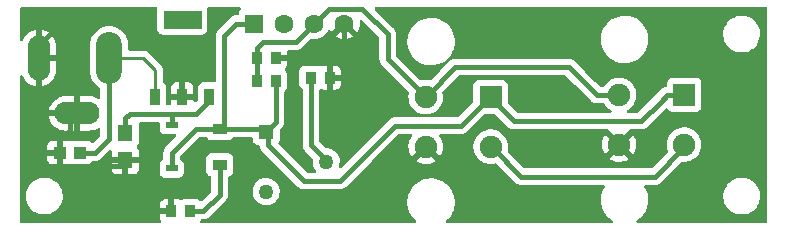
<source format=gbr>
%TF.GenerationSoftware,KiCad,Pcbnew,(6.0.5)*%
%TF.CreationDate,2022-06-11T19:37:36-07:00*%
%TF.ProjectId,L0003-Wheatstone-Bridge,4c303030-332d-4576-9865-617473746f6e,rev?*%
%TF.SameCoordinates,Original*%
%TF.FileFunction,Copper,L1,Top*%
%TF.FilePolarity,Positive*%
%FSLAX46Y46*%
G04 Gerber Fmt 4.6, Leading zero omitted, Abs format (unit mm)*
G04 Created by KiCad (PCBNEW (6.0.5)) date 2022-06-11 19:37:36*
%MOMM*%
%LPD*%
G01*
G04 APERTURE LIST*
%TA.AperFunction,EtchedComponent*%
%ADD10C,0.100000*%
%TD*%
%TA.AperFunction,ComponentPad*%
%ADD11R,1.900000X1.900000*%
%TD*%
%TA.AperFunction,ComponentPad*%
%ADD12C,1.900000*%
%TD*%
%TA.AperFunction,SMDPad,CuDef*%
%ADD13R,1.295400X0.965200*%
%TD*%
%TA.AperFunction,SMDPad,CuDef*%
%ADD14R,1.299997X1.405349*%
%TD*%
%TA.AperFunction,ComponentPad*%
%ADD15R,1.605000X1.605000*%
%TD*%
%TA.AperFunction,ComponentPad*%
%ADD16C,1.605000*%
%TD*%
%TA.AperFunction,SMDPad,CuDef*%
%ADD17R,0.940000X1.020000*%
%TD*%
%TA.AperFunction,ComponentPad*%
%ADD18R,1.268000X1.268000*%
%TD*%
%TA.AperFunction,ComponentPad*%
%ADD19C,1.268000*%
%TD*%
%TA.AperFunction,SMDPad,CuDef*%
%ADD20R,1.041400X0.584200*%
%TD*%
%TA.AperFunction,SMDPad,CuDef*%
%ADD21R,0.889000X1.473200*%
%TD*%
%TA.AperFunction,SMDPad,CuDef*%
%ADD22R,1.100000X1.000000*%
%TD*%
%TA.AperFunction,ComponentPad*%
%ADD23O,2.200000X4.400000*%
%TD*%
%TA.AperFunction,ComponentPad*%
%ADD24O,1.900000X3.800000*%
%TD*%
%TA.AperFunction,ComponentPad*%
%ADD25O,3.800000X1.900000*%
%TD*%
%TA.AperFunction,Conductor*%
%ADD26C,0.381000*%
%TD*%
%TA.AperFunction,Conductor*%
%ADD27C,0.250000*%
%TD*%
G04 APERTURE END LIST*
%TO.C,U1*%
G36*
X111048800Y-78493600D02*
G01*
X107899200Y-78493600D01*
X107899200Y-77020400D01*
X111048800Y-77020400D01*
X111048800Y-78493600D01*
G37*
D10*
X111048800Y-78493600D02*
X107899200Y-78493600D01*
X107899200Y-77020400D01*
X111048800Y-77020400D01*
X111048800Y-78493600D01*
%TD*%
D11*
%TO.P,P3,1,+12V*%
%TO.N,+5V*%
X151967000Y-84150500D03*
D12*
%TO.P,P3,2,GND*%
%TO.N,Vout+*%
X151967000Y-88350499D03*
%TO.P,P3,3,3*%
%TO.N,Vout-*%
X146467001Y-84150500D03*
%TO.P,P3,4,4*%
%TO.N,Earth*%
X146467001Y-88350499D03*
%TD*%
D11*
%TO.P,P4,1,+12V*%
%TO.N,+5V*%
X135584006Y-84328000D03*
D12*
%TO.P,P4,2,GND*%
%TO.N,Vout+*%
X135584006Y-88527999D03*
%TO.P,P4,3,3*%
%TO.N,Vout-*%
X130084007Y-84328000D03*
%TO.P,P4,4,4*%
%TO.N,Earth*%
X130084007Y-88527999D03*
%TD*%
D13*
%TO.P,D1,1,1*%
%TO.N,Net-(D1-Pad1)*%
X112649000Y-90043000D03*
%TO.P,D1,2,2*%
%TO.N,+5V*%
X112649000Y-86995000D03*
%TD*%
D14*
%TO.P,C2,1*%
%TO.N,Net-(C2-Pad1)*%
X104648000Y-87369278D03*
%TO.P,C2,2*%
%TO.N,Earth*%
X104648000Y-89668722D03*
%TD*%
D15*
%TO.P,P2,1,1*%
%TO.N,+5V*%
X115570000Y-78105000D03*
D16*
%TO.P,P2,2,2*%
%TO.N,Vout+*%
X118110000Y-78105000D03*
%TO.P,P2,3,3*%
%TO.N,Vout-*%
X120650000Y-78105000D03*
%TO.P,P2,4,4*%
%TO.N,Earth*%
X123190000Y-78105000D03*
%TD*%
D17*
%TO.P,R3,1*%
%TO.N,Vout+*%
X120368000Y-82677000D03*
%TO.P,R3,2*%
%TO.N,Earth*%
X121948000Y-82677000D03*
%TD*%
%TO.P,R4,1*%
%TO.N,+5V*%
X117376000Y-82931000D03*
%TO.P,R4,2*%
%TO.N,Vout-*%
X115796000Y-82931000D03*
%TD*%
%TO.P,R5,1*%
%TO.N,Vout-*%
X115796000Y-81026000D03*
%TO.P,R5,2*%
%TO.N,Earth*%
X117376000Y-81026000D03*
%TD*%
D18*
%TO.P,R2,1*%
%TO.N,+5V*%
X116586000Y-87249000D03*
D19*
%TO.P,R2,2*%
%TO.N,Vout+*%
X121666000Y-89789000D03*
%TO.P,R2,3,3*%
%TO.N,unconnected-(R2-Pad3)*%
X116586000Y-92329000D03*
%TD*%
D17*
%TO.P,R1,1*%
%TO.N,Net-(D1-Pad1)*%
X110137000Y-93980000D03*
%TO.P,R1,2*%
%TO.N,Earth*%
X108557000Y-93980000D03*
%TD*%
D20*
%TO.P,D2,1*%
%TO.N,+5V*%
X108585000Y-90360500D03*
%TO.P,D2,2*%
%TO.N,Net-(C2-Pad1)*%
X108585000Y-86677500D03*
%TD*%
D21*
%TO.P,U1,1,VI*%
%TO.N,Net-(C1-Pad2)*%
X107174000Y-84295000D03*
%TO.P,U1,2,GND*%
%TO.N,Earth*%
X109474000Y-84295000D03*
%TO.P,U1,3,VO*%
%TO.N,Net-(C2-Pad1)*%
X111774000Y-84295000D03*
%TD*%
D22*
%TO.P,C1,1*%
%TO.N,Earth*%
X99099000Y-89027000D03*
%TO.P,C1,2*%
%TO.N,Net-(C1-Pad2)*%
X100799000Y-89027000D03*
%TD*%
D23*
%TO.P,P1,1*%
%TO.N,Net-(C1-Pad2)*%
X103289000Y-81026000D03*
D24*
%TO.P,P1,2*%
%TO.N,Earth*%
X97334000Y-81026000D03*
D25*
%TO.P,P1,3,MountPin*%
X100584000Y-85716000D03*
%TD*%
D26*
%TO.N,Vout-*%
X126873000Y-78994000D02*
X124714000Y-76835000D01*
X120650000Y-78105000D02*
X121920000Y-76835000D01*
X121920000Y-76835000D02*
X124714000Y-76835000D01*
X143997751Y-83586249D02*
X142199501Y-81788000D01*
X146467001Y-84150500D02*
X144562002Y-84150500D01*
X144562002Y-84150500D02*
X143997751Y-83586249D01*
%TO.N,+5V*%
X150291500Y-84404500D02*
X149987000Y-84709000D01*
X149987000Y-84709000D02*
X148336000Y-86360000D01*
X151967000Y-84150500D02*
X150545500Y-84150500D01*
X150545500Y-84150500D02*
X149987000Y-84709000D01*
%TO.N,Vout+*%
X135763000Y-88646000D02*
X138176000Y-91059000D01*
X138176000Y-91059000D02*
X149479000Y-91059000D01*
X149479000Y-91059000D02*
X151892000Y-88646000D01*
%TO.N,Earth*%
X117376000Y-81026000D02*
X122047000Y-81026000D01*
X122047000Y-81026000D02*
X123190000Y-79883000D01*
%TO.N,+5V*%
X150316000Y-84404500D02*
X150291500Y-84404500D01*
X148336000Y-86360000D02*
X137541000Y-86360000D01*
X137541000Y-86360000D02*
X135763000Y-84582000D01*
%TO.N,Vout-*%
X142199501Y-81788000D02*
X132588000Y-81788000D01*
X132588000Y-81788000D02*
X130175000Y-84201000D01*
%TO.N,+5V*%
X135584000Y-84328000D02*
X135509000Y-84328000D01*
X122809000Y-91440000D02*
X119761000Y-91440000D01*
X119761000Y-91440000D02*
X116713000Y-88392000D01*
X135509000Y-84328000D02*
X133096000Y-86741000D01*
X133096000Y-86741000D02*
X127508000Y-86741000D01*
X127508000Y-86741000D02*
X122809000Y-91440000D01*
X116713000Y-88392000D02*
X116713000Y-87503000D01*
%TO.N,Vout-*%
X130084001Y-84328000D02*
X126873000Y-81116999D01*
X126873000Y-81116999D02*
X126873000Y-78994000D01*
X116332000Y-79629000D02*
X118745000Y-79629000D01*
X120650000Y-78105000D02*
X119126000Y-79629000D01*
X119126000Y-79629000D02*
X118745000Y-79629000D01*
X115796000Y-80165000D02*
X116332000Y-79629000D01*
X115796000Y-81026000D02*
X115796000Y-80165000D01*
X115796000Y-82931000D02*
X115796000Y-81308000D01*
X115796000Y-81308000D02*
X115951000Y-81153000D01*
%TO.N,+5V*%
X117376000Y-82931000D02*
X117376000Y-86459000D01*
X117376000Y-86459000D02*
X116713000Y-87122000D01*
%TO.N,Earth*%
X123190000Y-78105000D02*
X123190000Y-79883000D01*
X121948000Y-81125000D02*
X121948000Y-82677000D01*
%TO.N,Vout+*%
X120368000Y-82677000D02*
X120368000Y-88364000D01*
X120368000Y-88364000D02*
X121666000Y-89662000D01*
%TO.N,+5V*%
X113030000Y-86868000D02*
X113030000Y-82931000D01*
X113030000Y-82931000D02*
X113030000Y-79121000D01*
X113030000Y-79121000D02*
X114046000Y-78105000D01*
X114046000Y-78105000D02*
X115697000Y-78105000D01*
%TO.N,Net-(D1-Pad1)*%
X112649000Y-92583000D02*
X111252000Y-93980000D01*
X112649000Y-90043000D02*
X112649000Y-92583000D01*
X111252000Y-93980000D02*
X110109000Y-93980000D01*
%TO.N,+5V*%
X112649000Y-86995000D02*
X116205000Y-86995000D01*
X116205000Y-86995000D02*
X116332000Y-87122000D01*
X108585000Y-89027000D02*
X110617000Y-86995000D01*
X108585000Y-90360500D02*
X108585000Y-89027000D01*
X110617000Y-86995000D02*
X112522000Y-86995000D01*
%TO.N,Earth*%
X99099000Y-89955000D02*
X99314000Y-90170000D01*
X99099000Y-89027000D02*
X99099000Y-89955000D01*
X99314000Y-90170000D02*
X104521000Y-90170000D01*
X106426000Y-93980000D02*
X104648000Y-92202000D01*
X108557000Y-93980000D02*
X106426000Y-93980000D01*
X104648000Y-92202000D02*
X104648000Y-89789000D01*
X109474000Y-84295000D02*
X109474000Y-82550000D01*
X109474000Y-82550000D02*
X104775000Y-77851000D01*
X99441000Y-77851000D02*
X97282000Y-80010000D01*
X104775000Y-77851000D02*
X99441000Y-77851000D01*
%TO.N,Net-(C2-Pad1)*%
X105029000Y-85725000D02*
X108458000Y-85725000D01*
X108458000Y-85725000D02*
X110617000Y-85725000D01*
X108585000Y-86677500D02*
X108585000Y-85852000D01*
X108585000Y-85852000D02*
X108458000Y-85725000D01*
X104648000Y-87369278D02*
X104648000Y-86106000D01*
X104648000Y-86106000D02*
X105029000Y-85725000D01*
X110617000Y-85725000D02*
X111633000Y-84709000D01*
D27*
%TO.N,Net-(C1-Pad2)*%
X106172000Y-81026000D02*
X107188000Y-82042000D01*
X103289000Y-81026000D02*
X106172000Y-81026000D01*
X107188000Y-82042000D02*
X107188000Y-84328000D01*
D26*
X102108000Y-89027000D02*
X103251000Y-87884000D01*
X103251000Y-87884000D02*
X103251000Y-81661000D01*
X100799000Y-89027000D02*
X102108000Y-89027000D01*
%TO.N,Earth*%
X99099000Y-89027000D02*
X99099000Y-87972000D01*
X99099000Y-87972000D02*
X99949000Y-87122000D01*
X99949000Y-87122000D02*
X99949000Y-85852000D01*
D27*
%TO.N,Net-(C1-Pad2)*%
X103289000Y-81026000D02*
X103289000Y-81699000D01*
%TD*%
%TA.AperFunction,Conductor*%
%TO.N,Earth*%
G36*
X107306702Y-76728502D02*
G01*
X107353195Y-76782158D01*
X107363299Y-76852432D01*
X107357132Y-76877180D01*
X107347768Y-76903190D01*
X107347139Y-76911752D01*
X107345352Y-76920161D01*
X107345204Y-76920129D01*
X107344297Y-76925167D01*
X107344508Y-76925205D01*
X107343337Y-76931713D01*
X107341497Y-76938046D01*
X107340700Y-76948899D01*
X107340700Y-76994811D01*
X107340362Y-77004038D01*
X107336561Y-77055798D01*
X107338259Y-77064217D01*
X107338297Y-77064827D01*
X107340700Y-77088901D01*
X107340700Y-78468011D01*
X107340362Y-78477238D01*
X107336561Y-78528998D01*
X107338258Y-78537413D01*
X107338258Y-78537416D01*
X107347433Y-78582915D01*
X107348753Y-78590721D01*
X107353296Y-78623883D01*
X107356216Y-78645204D01*
X107359627Y-78653085D01*
X107361938Y-78661364D01*
X107361794Y-78661404D01*
X107362142Y-78662518D01*
X107362285Y-78662468D01*
X107365109Y-78670578D01*
X107366807Y-78678999D01*
X107379587Y-78704080D01*
X107391778Y-78728007D01*
X107395147Y-78735168D01*
X107416988Y-78785638D01*
X107422394Y-78792313D01*
X107426844Y-78799661D01*
X107426714Y-78799740D01*
X107427348Y-78800718D01*
X107427473Y-78800631D01*
X107432377Y-78807688D01*
X107436276Y-78815340D01*
X107442088Y-78821661D01*
X107442092Y-78821666D01*
X107473510Y-78855832D01*
X107478684Y-78861826D01*
X107505609Y-78895076D01*
X107513286Y-78904557D01*
X107520288Y-78909533D01*
X107526550Y-78915414D01*
X107526447Y-78915523D01*
X107527324Y-78916296D01*
X107527419Y-78916181D01*
X107534042Y-78921660D01*
X107539852Y-78927978D01*
X107580891Y-78953423D01*
X107586591Y-78956957D01*
X107593184Y-78961337D01*
X107638016Y-78993198D01*
X107646094Y-78996106D01*
X107653710Y-79000088D01*
X107653640Y-79000222D01*
X107654694Y-79000731D01*
X107654756Y-79000592D01*
X107662597Y-79004083D01*
X107669902Y-79008612D01*
X107722716Y-79023956D01*
X107730242Y-79026402D01*
X107773909Y-79042123D01*
X107773911Y-79042123D01*
X107781990Y-79045032D01*
X107790552Y-79045661D01*
X107798961Y-79047448D01*
X107798929Y-79047596D01*
X107803967Y-79048503D01*
X107804005Y-79048292D01*
X107810513Y-79049463D01*
X107816846Y-79051303D01*
X107823423Y-79051786D01*
X107825392Y-79051931D01*
X107825403Y-79051931D01*
X107827699Y-79052100D01*
X107873611Y-79052100D01*
X107882838Y-79052438D01*
X107934598Y-79056239D01*
X107943017Y-79054541D01*
X107943627Y-79054503D01*
X107967701Y-79052100D01*
X111023211Y-79052100D01*
X111032438Y-79052438D01*
X111084198Y-79056239D01*
X111092613Y-79054542D01*
X111092616Y-79054542D01*
X111138115Y-79045367D01*
X111145921Y-79044047D01*
X111191893Y-79037750D01*
X111191894Y-79037750D01*
X111200404Y-79036584D01*
X111208285Y-79033173D01*
X111216564Y-79030862D01*
X111216604Y-79031006D01*
X111217718Y-79030658D01*
X111217668Y-79030515D01*
X111225778Y-79027691D01*
X111234199Y-79025993D01*
X111283210Y-79001021D01*
X111290371Y-78997651D01*
X111300662Y-78993198D01*
X111326913Y-78981838D01*
X111332954Y-78979224D01*
X111332956Y-78979223D01*
X111340838Y-78975812D01*
X111347513Y-78970406D01*
X111354861Y-78965956D01*
X111354940Y-78966086D01*
X111355918Y-78965452D01*
X111355831Y-78965327D01*
X111362888Y-78960423D01*
X111370540Y-78956524D01*
X111376861Y-78950712D01*
X111376866Y-78950708D01*
X111411032Y-78919290D01*
X111417026Y-78914116D01*
X111453080Y-78884921D01*
X111453081Y-78884920D01*
X111459757Y-78879514D01*
X111464733Y-78872512D01*
X111470614Y-78866250D01*
X111470723Y-78866353D01*
X111471496Y-78865476D01*
X111471381Y-78865381D01*
X111476860Y-78858758D01*
X111483178Y-78852948D01*
X111512157Y-78806209D01*
X111516538Y-78799615D01*
X111543424Y-78761783D01*
X111548398Y-78754784D01*
X111551306Y-78746706D01*
X111555288Y-78739090D01*
X111555422Y-78739160D01*
X111555931Y-78738106D01*
X111555792Y-78738044D01*
X111559283Y-78730203D01*
X111563812Y-78722898D01*
X111579157Y-78670080D01*
X111581602Y-78662558D01*
X111597323Y-78618891D01*
X111597323Y-78618889D01*
X111600232Y-78610810D01*
X111600861Y-78602248D01*
X111602648Y-78593839D01*
X111602796Y-78593871D01*
X111603703Y-78588833D01*
X111603492Y-78588795D01*
X111604663Y-78582287D01*
X111606503Y-78575954D01*
X111607300Y-78565101D01*
X111607300Y-78519189D01*
X111607638Y-78509961D01*
X111609033Y-78490970D01*
X111611439Y-78458202D01*
X111609741Y-78449783D01*
X111609703Y-78449173D01*
X111607300Y-78425099D01*
X111607300Y-77045989D01*
X111607638Y-77036761D01*
X111610810Y-76993565D01*
X111611439Y-76985002D01*
X111608104Y-76968459D01*
X111600567Y-76931085D01*
X111599247Y-76923279D01*
X111595388Y-76895109D01*
X111591784Y-76868796D01*
X111590492Y-76865811D01*
X111591405Y-76797392D01*
X111630582Y-76738183D01*
X111695551Y-76709554D01*
X111711817Y-76708500D01*
X114333895Y-76708500D01*
X114402016Y-76728502D01*
X114448509Y-76782158D01*
X114458613Y-76852432D01*
X114429119Y-76917012D01*
X114416637Y-76928640D01*
X114411419Y-76933858D01*
X114404239Y-76939239D01*
X114316885Y-77055795D01*
X114265755Y-77192184D01*
X114259000Y-77254366D01*
X114259000Y-77280000D01*
X114238998Y-77348121D01*
X114185342Y-77394614D01*
X114133000Y-77406000D01*
X114074599Y-77406000D01*
X114066029Y-77405708D01*
X114016723Y-77402346D01*
X114016719Y-77402346D01*
X114009148Y-77401830D01*
X114001672Y-77403135D01*
X114001668Y-77403135D01*
X113947076Y-77412663D01*
X113940551Y-77413626D01*
X113885582Y-77420278D01*
X113885580Y-77420279D01*
X113878040Y-77421191D01*
X113870938Y-77423875D01*
X113867500Y-77424719D01*
X113853377Y-77428583D01*
X113849965Y-77429613D01*
X113842483Y-77430919D01*
X113835530Y-77433971D01*
X113835524Y-77433973D01*
X113784806Y-77456237D01*
X113778710Y-77458725D01*
X113755276Y-77467580D01*
X113726885Y-77478308D01*
X113726882Y-77478310D01*
X113719778Y-77480994D01*
X113713514Y-77485299D01*
X113710347Y-77486955D01*
X113697582Y-77494060D01*
X113694525Y-77495868D01*
X113687567Y-77498922D01*
X113681539Y-77503547D01*
X113681538Y-77503548D01*
X113637604Y-77537260D01*
X113632267Y-77541138D01*
X113604375Y-77560308D01*
X113580348Y-77576821D01*
X113575296Y-77582491D01*
X113575295Y-77582492D01*
X113539482Y-77622688D01*
X113534501Y-77627964D01*
X112555962Y-78606503D01*
X112549697Y-78612356D01*
X112506726Y-78649842D01*
X112492500Y-78670084D01*
X112470506Y-78701378D01*
X112466573Y-78706674D01*
X112432394Y-78750263D01*
X112432392Y-78750266D01*
X112427708Y-78756240D01*
X112424582Y-78763164D01*
X112422744Y-78766199D01*
X112415500Y-78778898D01*
X112413812Y-78782046D01*
X112409444Y-78788261D01*
X112391775Y-78833582D01*
X112386567Y-78846939D01*
X112384022Y-78852995D01*
X112358087Y-78910435D01*
X112356702Y-78917908D01*
X112355631Y-78921326D01*
X112351646Y-78935315D01*
X112350749Y-78938807D01*
X112347988Y-78945889D01*
X112346996Y-78953422D01*
X112346996Y-78953423D01*
X112339767Y-79008330D01*
X112338735Y-79014843D01*
X112328639Y-79069318D01*
X112327255Y-79076787D01*
X112327692Y-79084367D01*
X112327692Y-79084368D01*
X112330791Y-79138112D01*
X112331000Y-79145365D01*
X112331000Y-82923900D01*
X112310998Y-82992021D01*
X112257342Y-83038514D01*
X112205000Y-83049900D01*
X111281366Y-83049900D01*
X111219184Y-83056655D01*
X111082795Y-83107785D01*
X110966239Y-83195139D01*
X110878885Y-83311695D01*
X110827755Y-83448084D01*
X110821000Y-83510266D01*
X110821000Y-84480275D01*
X110800998Y-84548396D01*
X110784095Y-84569370D01*
X110641595Y-84711870D01*
X110579283Y-84745896D01*
X110508468Y-84740831D01*
X110451632Y-84698284D01*
X110426821Y-84631764D01*
X110426500Y-84622775D01*
X110426500Y-84567115D01*
X110422025Y-84551876D01*
X110420635Y-84550671D01*
X110412952Y-84549000D01*
X108539616Y-84549000D01*
X108524377Y-84553475D01*
X108523172Y-84554865D01*
X108521501Y-84562548D01*
X108521501Y-84900000D01*
X108501499Y-84968121D01*
X108447843Y-85014614D01*
X108395501Y-85026000D01*
X108253000Y-85026000D01*
X108184879Y-85005998D01*
X108138386Y-84952342D01*
X108127000Y-84900000D01*
X108127000Y-84022885D01*
X108521500Y-84022885D01*
X108525975Y-84038124D01*
X108527365Y-84039329D01*
X108535048Y-84041000D01*
X109201885Y-84041000D01*
X109217124Y-84036525D01*
X109218329Y-84035135D01*
X109220000Y-84027452D01*
X109220000Y-84022885D01*
X109728000Y-84022885D01*
X109732475Y-84038124D01*
X109733865Y-84039329D01*
X109741548Y-84041000D01*
X110408384Y-84041000D01*
X110423623Y-84036525D01*
X110424828Y-84035135D01*
X110426499Y-84027452D01*
X110426499Y-83513731D01*
X110426129Y-83506910D01*
X110420605Y-83456048D01*
X110416979Y-83440796D01*
X110371824Y-83320346D01*
X110363286Y-83304751D01*
X110286785Y-83202676D01*
X110274224Y-83190115D01*
X110172149Y-83113614D01*
X110156554Y-83105076D01*
X110036106Y-83059922D01*
X110020851Y-83056295D01*
X109969986Y-83050769D01*
X109963172Y-83050400D01*
X109746115Y-83050400D01*
X109730876Y-83054875D01*
X109729671Y-83056265D01*
X109728000Y-83063948D01*
X109728000Y-84022885D01*
X109220000Y-84022885D01*
X109220000Y-83068516D01*
X109215525Y-83053277D01*
X109214135Y-83052072D01*
X109206452Y-83050401D01*
X108984831Y-83050401D01*
X108978010Y-83050771D01*
X108927148Y-83056295D01*
X108911896Y-83059921D01*
X108791446Y-83105076D01*
X108775851Y-83113614D01*
X108673776Y-83190115D01*
X108661215Y-83202676D01*
X108584714Y-83304751D01*
X108576176Y-83320346D01*
X108531022Y-83440794D01*
X108527395Y-83456049D01*
X108521869Y-83506914D01*
X108521500Y-83513728D01*
X108521500Y-84022885D01*
X108127000Y-84022885D01*
X108127000Y-83510266D01*
X108120245Y-83448084D01*
X108069115Y-83311695D01*
X107981761Y-83195139D01*
X107871935Y-83112829D01*
X107829420Y-83055970D01*
X107821500Y-83012003D01*
X107821500Y-82120767D01*
X107822027Y-82109584D01*
X107823702Y-82102091D01*
X107821562Y-82034000D01*
X107821500Y-82030043D01*
X107821500Y-82002144D01*
X107820996Y-81998153D01*
X107820063Y-81986311D01*
X107819563Y-81970385D01*
X107818674Y-81942111D01*
X107816462Y-81934497D01*
X107816461Y-81934492D01*
X107813023Y-81922659D01*
X107809012Y-81903295D01*
X107808503Y-81899261D01*
X107806474Y-81883203D01*
X107803557Y-81875836D01*
X107803556Y-81875831D01*
X107790198Y-81842092D01*
X107786354Y-81830865D01*
X107780662Y-81811276D01*
X107774018Y-81788407D01*
X107765673Y-81774297D01*
X107763707Y-81770972D01*
X107755012Y-81753224D01*
X107747552Y-81734383D01*
X107732509Y-81713677D01*
X107721564Y-81698613D01*
X107715048Y-81688693D01*
X107696580Y-81657465D01*
X107696578Y-81657462D01*
X107692542Y-81650638D01*
X107678221Y-81636317D01*
X107665380Y-81621283D01*
X107658131Y-81611306D01*
X107653472Y-81604893D01*
X107647368Y-81599843D01*
X107647363Y-81599838D01*
X107619402Y-81576707D01*
X107610621Y-81568717D01*
X106675647Y-80633742D01*
X106668113Y-80625463D01*
X106664000Y-80618982D01*
X106614348Y-80572356D01*
X106611507Y-80569602D01*
X106591770Y-80549865D01*
X106588573Y-80547385D01*
X106579551Y-80539680D01*
X106577184Y-80537457D01*
X106547321Y-80509414D01*
X106540375Y-80505595D01*
X106540372Y-80505593D01*
X106529566Y-80499652D01*
X106513047Y-80488801D01*
X106512583Y-80488441D01*
X106497041Y-80476386D01*
X106489772Y-80473241D01*
X106489768Y-80473238D01*
X106456463Y-80458826D01*
X106445813Y-80453609D01*
X106407060Y-80432305D01*
X106387437Y-80427267D01*
X106368734Y-80420863D01*
X106357420Y-80415967D01*
X106357419Y-80415967D01*
X106350145Y-80412819D01*
X106342322Y-80411580D01*
X106342312Y-80411577D01*
X106306476Y-80405901D01*
X106294856Y-80403495D01*
X106259711Y-80394472D01*
X106259710Y-80394472D01*
X106252030Y-80392500D01*
X106231776Y-80392500D01*
X106212065Y-80390949D01*
X106199886Y-80389020D01*
X106192057Y-80387780D01*
X106184165Y-80388526D01*
X106148039Y-80391941D01*
X106136181Y-80392500D01*
X105023500Y-80392500D01*
X104955379Y-80372498D01*
X104908886Y-80318842D01*
X104897500Y-80266500D01*
X104897500Y-79862801D01*
X104882609Y-79673597D01*
X104880515Y-79664871D01*
X104843821Y-79512032D01*
X104823505Y-79427409D01*
X104818779Y-79416000D01*
X104728511Y-79198072D01*
X104728509Y-79198068D01*
X104726616Y-79193498D01*
X104594328Y-78977624D01*
X104429898Y-78785102D01*
X104237376Y-78620672D01*
X104021502Y-78488384D01*
X104016932Y-78486491D01*
X104016928Y-78486489D01*
X103792164Y-78393389D01*
X103792162Y-78393388D01*
X103787591Y-78391495D01*
X103702968Y-78371179D01*
X103546216Y-78333546D01*
X103546210Y-78333545D01*
X103541403Y-78332391D01*
X103289000Y-78312526D01*
X103036597Y-78332391D01*
X103031790Y-78333545D01*
X103031784Y-78333546D01*
X102875032Y-78371179D01*
X102790409Y-78391495D01*
X102785838Y-78393388D01*
X102785836Y-78393389D01*
X102561072Y-78486489D01*
X102561068Y-78486491D01*
X102556498Y-78488384D01*
X102340624Y-78620672D01*
X102148102Y-78785102D01*
X101983672Y-78977624D01*
X101851384Y-79193498D01*
X101849491Y-79198068D01*
X101849489Y-79198072D01*
X101759221Y-79416000D01*
X101754495Y-79427409D01*
X101734179Y-79512032D01*
X101697486Y-79664871D01*
X101695391Y-79673597D01*
X101680500Y-79862801D01*
X101680500Y-82189199D01*
X101695391Y-82378403D01*
X101696545Y-82383210D01*
X101696546Y-82383216D01*
X101722154Y-82489879D01*
X101754495Y-82624591D01*
X101756388Y-82629162D01*
X101756389Y-82629164D01*
X101845551Y-82844419D01*
X101851384Y-82858502D01*
X101983672Y-83074376D01*
X102148102Y-83266898D01*
X102340624Y-83431328D01*
X102344837Y-83433910D01*
X102344847Y-83433917D01*
X102491835Y-83523992D01*
X102539466Y-83576639D01*
X102552000Y-83631424D01*
X102552000Y-84406940D01*
X102531998Y-84475061D01*
X102478342Y-84521554D01*
X102408068Y-84531658D01*
X102354996Y-84511029D01*
X102260906Y-84446845D01*
X102251947Y-84441756D01*
X102043855Y-84345163D01*
X102034187Y-84341606D01*
X101813121Y-84280299D01*
X101803001Y-84278368D01*
X101615748Y-84258356D01*
X101609056Y-84258000D01*
X100856115Y-84258000D01*
X100840876Y-84262475D01*
X100839671Y-84263865D01*
X100838000Y-84271548D01*
X100838000Y-87155885D01*
X100842475Y-87171124D01*
X100843865Y-87172329D01*
X100851548Y-87174000D01*
X101592190Y-87174000D01*
X101597363Y-87173788D01*
X101767794Y-87159776D01*
X101777956Y-87158093D01*
X102000461Y-87102204D01*
X102010216Y-87098883D01*
X102220590Y-87007409D01*
X102229688Y-87002531D01*
X102357560Y-86919807D01*
X102425620Y-86899600D01*
X102493801Y-86919396D01*
X102540455Y-86972911D01*
X102552000Y-87025599D01*
X102552000Y-87542275D01*
X102531998Y-87610396D01*
X102515095Y-87631370D01*
X101930890Y-88215575D01*
X101868578Y-88249601D01*
X101797763Y-88244536D01*
X101740970Y-88202046D01*
X101712261Y-88163739D01*
X101595705Y-88076385D01*
X101459316Y-88025255D01*
X101397134Y-88018500D01*
X100200866Y-88018500D01*
X100138684Y-88025255D01*
X100119230Y-88032548D01*
X100010699Y-88073234D01*
X100010696Y-88073236D01*
X100002295Y-88076385D01*
X100002036Y-88075693D01*
X99939626Y-88089343D01*
X99895615Y-88076420D01*
X99895462Y-88076828D01*
X99889888Y-88074738D01*
X99887966Y-88074174D01*
X99887061Y-88073679D01*
X99766606Y-88028522D01*
X99751351Y-88024895D01*
X99700486Y-88019369D01*
X99693672Y-88019000D01*
X99371115Y-88019000D01*
X99355876Y-88023475D01*
X99354671Y-88024865D01*
X99353000Y-88032548D01*
X99353000Y-90016884D01*
X99357475Y-90032123D01*
X99358865Y-90033328D01*
X99366548Y-90034999D01*
X99693669Y-90034999D01*
X99700490Y-90034629D01*
X99751352Y-90029105D01*
X99766604Y-90025479D01*
X99887061Y-89980321D01*
X99887966Y-89979826D01*
X99888966Y-89979607D01*
X99895462Y-89977172D01*
X99895814Y-89978110D01*
X99957323Y-89964657D01*
X100002212Y-89977838D01*
X100002295Y-89977615D01*
X100005337Y-89978756D01*
X100005344Y-89978758D01*
X100010696Y-89980764D01*
X100010699Y-89980766D01*
X100091414Y-90011024D01*
X100138684Y-90028745D01*
X100200866Y-90035500D01*
X101397134Y-90035500D01*
X101459316Y-90028745D01*
X101595705Y-89977615D01*
X101712261Y-89890261D01*
X101793261Y-89782183D01*
X101797569Y-89776435D01*
X101854428Y-89733920D01*
X101898395Y-89726000D01*
X102079401Y-89726000D01*
X102087971Y-89726292D01*
X102137277Y-89729654D01*
X102137281Y-89729654D01*
X102144852Y-89730170D01*
X102152328Y-89728865D01*
X102152332Y-89728865D01*
X102206924Y-89719337D01*
X102213449Y-89718374D01*
X102268418Y-89711722D01*
X102268420Y-89711721D01*
X102275960Y-89710809D01*
X102283062Y-89708125D01*
X102286500Y-89707281D01*
X102300623Y-89703417D01*
X102304034Y-89702387D01*
X102311517Y-89701081D01*
X102369197Y-89675761D01*
X102375304Y-89673270D01*
X102427117Y-89653691D01*
X102427118Y-89653690D01*
X102434222Y-89651006D01*
X102440477Y-89646707D01*
X102443618Y-89645065D01*
X102456372Y-89637967D01*
X102459478Y-89636130D01*
X102466433Y-89633077D01*
X102472460Y-89628452D01*
X102472464Y-89628450D01*
X102516402Y-89594735D01*
X102521720Y-89590871D01*
X102573652Y-89555179D01*
X102614519Y-89509311D01*
X102619499Y-89504036D01*
X103274907Y-88848628D01*
X103337219Y-88814602D01*
X103408034Y-88819667D01*
X103464870Y-88862214D01*
X103489681Y-88928734D01*
X103490002Y-88937723D01*
X103490002Y-89396607D01*
X103494477Y-89411846D01*
X103495867Y-89413051D01*
X103503550Y-89414722D01*
X105787882Y-89414722D01*
X105803121Y-89410247D01*
X105804326Y-89408857D01*
X105805997Y-89401174D01*
X105805997Y-88921379D01*
X105805627Y-88914558D01*
X105800103Y-88863696D01*
X105796477Y-88848444D01*
X105751322Y-88727994D01*
X105742784Y-88712399D01*
X105666283Y-88610324D01*
X105664411Y-88608452D01*
X105663152Y-88606146D01*
X105660902Y-88603144D01*
X105661335Y-88602819D01*
X105630385Y-88546140D01*
X105635450Y-88475325D01*
X105661201Y-88435256D01*
X105661259Y-88435213D01*
X105748613Y-88318657D01*
X105799743Y-88182268D01*
X105806498Y-88120086D01*
X105806498Y-86618470D01*
X105800538Y-86563607D01*
X105813066Y-86493726D01*
X105861387Y-86441710D01*
X105925801Y-86424000D01*
X107429800Y-86424000D01*
X107497921Y-86444002D01*
X107544414Y-86497658D01*
X107555800Y-86550000D01*
X107555800Y-87017734D01*
X107562555Y-87079916D01*
X107613685Y-87216305D01*
X107701039Y-87332861D01*
X107817595Y-87420215D01*
X107953984Y-87471345D01*
X108016166Y-87478100D01*
X108841175Y-87478100D01*
X108909296Y-87498102D01*
X108955789Y-87551758D01*
X108965893Y-87622032D01*
X108936399Y-87686612D01*
X108930270Y-87693195D01*
X108110962Y-88512503D01*
X108104697Y-88518356D01*
X108061726Y-88555842D01*
X108031049Y-88599491D01*
X108025506Y-88607378D01*
X108021573Y-88612674D01*
X107987394Y-88656263D01*
X107987392Y-88656266D01*
X107982708Y-88662240D01*
X107979582Y-88669164D01*
X107977744Y-88672199D01*
X107970500Y-88684898D01*
X107968812Y-88688046D01*
X107964444Y-88694261D01*
X107946467Y-88740372D01*
X107941567Y-88752939D01*
X107939022Y-88758995D01*
X107913087Y-88816435D01*
X107911702Y-88823908D01*
X107910631Y-88827326D01*
X107906646Y-88841315D01*
X107905749Y-88844807D01*
X107902988Y-88851889D01*
X107901996Y-88859422D01*
X107901996Y-88859423D01*
X107894767Y-88914330D01*
X107893735Y-88920843D01*
X107883639Y-88975318D01*
X107882255Y-88982787D01*
X107882692Y-88990367D01*
X107882692Y-88990368D01*
X107885791Y-89044112D01*
X107886000Y-89051365D01*
X107886000Y-89507120D01*
X107865998Y-89575241D01*
X107822212Y-89616054D01*
X107817595Y-89617785D01*
X107701039Y-89705139D01*
X107613685Y-89821695D01*
X107562555Y-89958084D01*
X107555800Y-90020266D01*
X107555800Y-90700734D01*
X107562555Y-90762916D01*
X107613685Y-90899305D01*
X107701039Y-91015861D01*
X107817595Y-91103215D01*
X107953984Y-91154345D01*
X108016166Y-91161100D01*
X109153834Y-91161100D01*
X109216016Y-91154345D01*
X109352405Y-91103215D01*
X109468961Y-91015861D01*
X109556315Y-90899305D01*
X109607445Y-90762916D01*
X109614200Y-90700734D01*
X109614200Y-90020266D01*
X109607445Y-89958084D01*
X109556315Y-89821695D01*
X109468961Y-89705139D01*
X109352405Y-89617785D01*
X109347978Y-89616125D01*
X109299344Y-89567379D01*
X109284000Y-89507120D01*
X109284000Y-89368725D01*
X109304002Y-89300604D01*
X109320905Y-89279630D01*
X110869630Y-87730905D01*
X110931942Y-87696879D01*
X110958725Y-87694000D01*
X111464946Y-87694000D01*
X111533067Y-87714002D01*
X111565771Y-87744434D01*
X111638039Y-87840861D01*
X111754595Y-87928215D01*
X111890984Y-87979345D01*
X111953166Y-87986100D01*
X113344834Y-87986100D01*
X113407016Y-87979345D01*
X113543405Y-87928215D01*
X113659961Y-87840861D01*
X113732229Y-87744434D01*
X113789087Y-87701920D01*
X113833054Y-87694000D01*
X115317500Y-87694000D01*
X115385621Y-87714002D01*
X115432114Y-87767658D01*
X115443500Y-87820000D01*
X115443500Y-87931134D01*
X115450255Y-87993316D01*
X115501385Y-88129705D01*
X115588739Y-88246261D01*
X115705295Y-88333615D01*
X115841684Y-88384745D01*
X115903866Y-88391500D01*
X115904422Y-88391500D01*
X115970843Y-88414974D01*
X116014366Y-88471065D01*
X116022175Y-88501987D01*
X116029191Y-88559960D01*
X116031875Y-88567063D01*
X116032719Y-88570500D01*
X116036583Y-88584623D01*
X116037613Y-88588034D01*
X116038919Y-88595517D01*
X116041972Y-88602472D01*
X116064239Y-88653198D01*
X116066730Y-88659304D01*
X116082615Y-88701340D01*
X116088994Y-88718222D01*
X116093293Y-88724477D01*
X116094935Y-88727618D01*
X116102033Y-88740372D01*
X116103870Y-88743478D01*
X116106923Y-88750433D01*
X116111548Y-88756460D01*
X116111550Y-88756464D01*
X116145265Y-88800402D01*
X116149129Y-88805720D01*
X116184821Y-88857652D01*
X116190491Y-88862704D01*
X116190492Y-88862705D01*
X116230688Y-88898518D01*
X116235964Y-88903499D01*
X119246503Y-91914038D01*
X119252356Y-91920303D01*
X119289842Y-91963274D01*
X119320939Y-91985129D01*
X119341378Y-91999494D01*
X119346674Y-92003427D01*
X119390263Y-92037606D01*
X119390266Y-92037608D01*
X119396240Y-92042292D01*
X119403164Y-92045418D01*
X119406199Y-92047256D01*
X119418898Y-92054500D01*
X119422046Y-92056188D01*
X119428261Y-92060556D01*
X119486950Y-92083438D01*
X119492995Y-92085978D01*
X119550435Y-92111913D01*
X119557908Y-92113298D01*
X119561326Y-92114369D01*
X119575315Y-92118354D01*
X119578807Y-92119251D01*
X119585889Y-92122012D01*
X119593422Y-92123004D01*
X119593423Y-92123004D01*
X119648330Y-92130233D01*
X119654843Y-92131265D01*
X119709318Y-92141361D01*
X119709320Y-92141361D01*
X119716787Y-92142745D01*
X119724367Y-92142308D01*
X119724368Y-92142308D01*
X119778112Y-92139209D01*
X119785365Y-92139000D01*
X122780401Y-92139000D01*
X122788971Y-92139292D01*
X122838277Y-92142654D01*
X122838281Y-92142654D01*
X122845852Y-92143170D01*
X122853328Y-92141865D01*
X122853332Y-92141865D01*
X122907924Y-92132337D01*
X122914449Y-92131374D01*
X122969418Y-92124722D01*
X122969420Y-92124721D01*
X122976960Y-92123809D01*
X122984062Y-92121125D01*
X122987500Y-92120281D01*
X123001623Y-92116417D01*
X123005034Y-92115387D01*
X123012517Y-92114081D01*
X123070197Y-92088761D01*
X123076304Y-92086270D01*
X123128117Y-92066691D01*
X123128118Y-92066690D01*
X123135222Y-92064006D01*
X123141477Y-92059707D01*
X123144618Y-92058065D01*
X123157372Y-92050967D01*
X123160478Y-92049130D01*
X123167433Y-92046077D01*
X123173460Y-92041452D01*
X123173464Y-92041450D01*
X123217402Y-92007735D01*
X123222720Y-92003871D01*
X123274652Y-91968179D01*
X123301820Y-91937687D01*
X123315518Y-91922312D01*
X123320499Y-91917036D01*
X125510636Y-89726899D01*
X129250365Y-89726899D01*
X129253668Y-89731559D01*
X129447406Y-89844770D01*
X129456693Y-89849220D01*
X129671013Y-89931061D01*
X129680915Y-89933938D01*
X129905706Y-89979672D01*
X129915958Y-89980895D01*
X130145209Y-89989301D01*
X130155495Y-89988834D01*
X130383050Y-89959683D01*
X130393136Y-89957540D01*
X130612871Y-89891616D01*
X130622466Y-89887855D01*
X130828473Y-89786934D01*
X130837339Y-89781649D01*
X130904952Y-89733420D01*
X130913353Y-89722720D01*
X130906365Y-89709567D01*
X130096819Y-88900021D01*
X130082875Y-88892407D01*
X130081042Y-88892538D01*
X130074427Y-88896789D01*
X129257642Y-89713574D01*
X129250365Y-89726899D01*
X125510636Y-89726899D01*
X127760631Y-87476905D01*
X127822943Y-87442879D01*
X127849726Y-87440000D01*
X128822697Y-87440000D01*
X128890818Y-87460002D01*
X128937311Y-87513658D01*
X128947415Y-87583932D01*
X128926786Y-87637004D01*
X128814852Y-87801093D01*
X128809763Y-87810052D01*
X128713170Y-88018144D01*
X128709613Y-88027812D01*
X128648306Y-88248878D01*
X128646375Y-88258998D01*
X128621996Y-88487122D01*
X128621744Y-88497411D01*
X128634951Y-88726450D01*
X128636384Y-88736652D01*
X128686817Y-88960441D01*
X128689905Y-88970294D01*
X128776211Y-89182839D01*
X128780859Y-89192040D01*
X128877743Y-89350142D01*
X128888199Y-89359603D01*
X128896977Y-89355819D01*
X129994912Y-88257884D01*
X130057224Y-88223858D01*
X130128039Y-88228923D01*
X130173102Y-88257884D01*
X131266137Y-89350919D01*
X131278148Y-89357478D01*
X131289887Y-89348510D01*
X131335019Y-89285701D01*
X131340334Y-89276856D01*
X131441973Y-89071205D01*
X131445772Y-89061610D01*
X131512460Y-88842119D01*
X131514639Y-88832038D01*
X131544820Y-88602788D01*
X131545339Y-88596113D01*
X131546922Y-88531363D01*
X131546728Y-88524646D01*
X131527783Y-88294205D01*
X131526100Y-88284043D01*
X131470211Y-88061538D01*
X131466890Y-88051783D01*
X131375416Y-87841409D01*
X131370538Y-87832311D01*
X131243124Y-87635358D01*
X131244990Y-87634151D01*
X131222665Y-87576707D01*
X131236806Y-87507133D01*
X131286317Y-87456249D01*
X131348209Y-87440000D01*
X133067401Y-87440000D01*
X133075971Y-87440292D01*
X133125277Y-87443654D01*
X133125281Y-87443654D01*
X133132852Y-87444170D01*
X133140328Y-87442865D01*
X133140332Y-87442865D01*
X133194924Y-87433337D01*
X133201449Y-87432374D01*
X133256418Y-87425722D01*
X133256420Y-87425721D01*
X133263960Y-87424809D01*
X133271062Y-87422125D01*
X133274500Y-87421281D01*
X133288623Y-87417417D01*
X133292034Y-87416387D01*
X133299517Y-87415081D01*
X133357197Y-87389761D01*
X133363304Y-87387270D01*
X133415117Y-87367691D01*
X133415118Y-87367690D01*
X133422222Y-87365006D01*
X133428477Y-87360707D01*
X133431618Y-87359065D01*
X133444372Y-87351967D01*
X133447478Y-87350130D01*
X133454433Y-87347077D01*
X133460460Y-87342452D01*
X133460464Y-87342450D01*
X133504402Y-87308735D01*
X133509720Y-87304871D01*
X133561652Y-87269179D01*
X133602519Y-87223311D01*
X133607499Y-87218036D01*
X135002130Y-85823405D01*
X135064442Y-85789379D01*
X135091225Y-85786500D01*
X135926775Y-85786500D01*
X135994896Y-85806502D01*
X136015870Y-85823405D01*
X137026510Y-86834046D01*
X137032363Y-86840311D01*
X137069842Y-86883274D01*
X137121383Y-86919498D01*
X137126668Y-86923423D01*
X137144341Y-86937280D01*
X137176240Y-86962292D01*
X137183158Y-86965416D01*
X137186179Y-86967245D01*
X137198898Y-86974500D01*
X137202046Y-86976188D01*
X137208261Y-86980556D01*
X137266950Y-87003438D01*
X137272995Y-87005978D01*
X137330435Y-87031913D01*
X137337908Y-87033298D01*
X137341326Y-87034369D01*
X137355315Y-87038354D01*
X137358807Y-87039251D01*
X137365889Y-87042012D01*
X137373422Y-87043004D01*
X137373423Y-87043004D01*
X137428330Y-87050233D01*
X137434843Y-87051265D01*
X137489318Y-87061361D01*
X137489320Y-87061361D01*
X137496787Y-87062745D01*
X137504367Y-87062308D01*
X137504368Y-87062308D01*
X137558112Y-87059209D01*
X137565365Y-87059000D01*
X145509316Y-87059000D01*
X145577437Y-87079002D01*
X145619860Y-87124535D01*
X145643541Y-87167829D01*
X146454189Y-87978477D01*
X146468133Y-87986091D01*
X146469966Y-87985960D01*
X146476581Y-87981709D01*
X147291594Y-87166696D01*
X147314574Y-87124613D01*
X147364777Y-87074411D01*
X147425160Y-87059000D01*
X148307401Y-87059000D01*
X148315971Y-87059292D01*
X148365277Y-87062654D01*
X148365281Y-87062654D01*
X148372852Y-87063170D01*
X148380328Y-87061865D01*
X148380332Y-87061865D01*
X148434924Y-87052337D01*
X148441449Y-87051374D01*
X148496418Y-87044722D01*
X148496420Y-87044721D01*
X148503960Y-87043809D01*
X148511062Y-87041125D01*
X148514500Y-87040281D01*
X148528623Y-87036417D01*
X148532034Y-87035387D01*
X148539517Y-87034081D01*
X148597197Y-87008761D01*
X148603304Y-87006270D01*
X148655117Y-86986691D01*
X148655118Y-86986690D01*
X148662222Y-86984006D01*
X148668477Y-86979707D01*
X148671618Y-86978065D01*
X148684372Y-86970967D01*
X148687478Y-86969130D01*
X148694433Y-86966077D01*
X148700460Y-86961452D01*
X148700464Y-86961450D01*
X148744402Y-86927735D01*
X148749720Y-86923871D01*
X148801652Y-86888179D01*
X148842535Y-86842293D01*
X148847498Y-86837037D01*
X150367406Y-85317130D01*
X150429718Y-85283104D01*
X150500534Y-85288169D01*
X150557369Y-85330716D01*
X150564160Y-85341269D01*
X150566385Y-85347205D01*
X150571770Y-85354390D01*
X150571771Y-85354392D01*
X150586189Y-85373630D01*
X150653739Y-85463761D01*
X150770295Y-85551115D01*
X150906684Y-85602245D01*
X150968866Y-85609000D01*
X152965134Y-85609000D01*
X153027316Y-85602245D01*
X153163705Y-85551115D01*
X153280261Y-85463761D01*
X153367615Y-85347205D01*
X153418745Y-85210816D01*
X153425500Y-85148634D01*
X153425500Y-83152366D01*
X153418745Y-83090184D01*
X153367615Y-82953795D01*
X153280261Y-82837239D01*
X153163705Y-82749885D01*
X153027316Y-82698755D01*
X152965134Y-82692000D01*
X150968866Y-82692000D01*
X150906684Y-82698755D01*
X150770295Y-82749885D01*
X150653739Y-82837239D01*
X150566385Y-82953795D01*
X150515255Y-83090184D01*
X150508500Y-83152366D01*
X150508500Y-83339172D01*
X150488498Y-83407293D01*
X150434842Y-83453786D01*
X150397637Y-83464259D01*
X150385083Y-83465778D01*
X150385081Y-83465778D01*
X150377540Y-83466691D01*
X150370431Y-83469377D01*
X150366988Y-83470223D01*
X150352863Y-83474086D01*
X150349458Y-83475114D01*
X150341982Y-83476419D01*
X150284310Y-83501735D01*
X150278215Y-83504223D01*
X150226380Y-83523810D01*
X150226378Y-83523811D01*
X150219278Y-83526494D01*
X150213026Y-83530791D01*
X150209883Y-83532434D01*
X150197135Y-83539529D01*
X150194023Y-83541370D01*
X150187067Y-83544423D01*
X150181039Y-83549049D01*
X150181038Y-83549049D01*
X150178084Y-83551316D01*
X150145082Y-83576639D01*
X150137102Y-83582762D01*
X150131775Y-83586633D01*
X150079848Y-83622321D01*
X150074796Y-83627991D01*
X150074795Y-83627992D01*
X150038990Y-83668179D01*
X150034009Y-83673455D01*
X149850969Y-83856495D01*
X149833246Y-83871237D01*
X149825848Y-83876321D01*
X149784971Y-83922201D01*
X149780004Y-83927461D01*
X148083370Y-85624095D01*
X148021058Y-85658121D01*
X147994275Y-85661000D01*
X147242695Y-85661000D01*
X147174574Y-85640998D01*
X147128081Y-85587342D01*
X147117977Y-85517068D01*
X147147471Y-85452488D01*
X147187261Y-85421850D01*
X147216375Y-85407587D01*
X147220580Y-85404587D01*
X147220586Y-85404584D01*
X147324145Y-85330716D01*
X147411628Y-85268315D01*
X147581512Y-85099023D01*
X147617755Y-85048586D01*
X147718446Y-84908458D01*
X147721464Y-84904258D01*
X147737708Y-84871392D01*
X147825434Y-84693892D01*
X147825435Y-84693890D01*
X147827728Y-84689250D01*
X147897448Y-84459774D01*
X147928753Y-84221992D01*
X147930500Y-84150500D01*
X147921015Y-84035135D01*
X147911272Y-83916624D01*
X147911271Y-83916618D01*
X147910848Y-83911473D01*
X147856447Y-83694891D01*
X147853680Y-83683875D01*
X147853679Y-83683871D01*
X147852421Y-83678864D01*
X147850365Y-83674134D01*
X147850362Y-83674127D01*
X147758848Y-83463659D01*
X147758846Y-83463656D01*
X147756788Y-83458922D01*
X147753466Y-83453786D01*
X147629326Y-83261896D01*
X147629324Y-83261893D01*
X147626516Y-83257553D01*
X147609208Y-83238531D01*
X147468583Y-83083987D01*
X147468581Y-83083986D01*
X147465105Y-83080165D01*
X147461054Y-83076966D01*
X147461050Y-83076962D01*
X147293384Y-82944548D01*
X147276889Y-82931521D01*
X147066923Y-82815613D01*
X146944459Y-82772246D01*
X146845721Y-82737281D01*
X146845717Y-82737280D01*
X146840846Y-82735555D01*
X146835753Y-82734648D01*
X146835750Y-82734647D01*
X146609817Y-82694402D01*
X146609811Y-82694401D01*
X146604728Y-82693496D01*
X146512485Y-82692369D01*
X146370082Y-82690629D01*
X146370080Y-82690629D01*
X146364912Y-82690566D01*
X146127838Y-82726843D01*
X145899872Y-82801354D01*
X145895280Y-82803744D01*
X145895281Y-82803744D01*
X145697238Y-82906839D01*
X145687137Y-82912097D01*
X145683004Y-82915200D01*
X145683001Y-82915202D01*
X145500708Y-83052072D01*
X145495346Y-83056098D01*
X145491774Y-83059836D01*
X145342190Y-83216367D01*
X145329649Y-83229490D01*
X145218389Y-83392592D01*
X145215720Y-83396504D01*
X145160809Y-83441507D01*
X145111632Y-83451500D01*
X144903729Y-83451500D01*
X144835608Y-83431498D01*
X144814634Y-83414596D01*
X144462019Y-83061982D01*
X143589236Y-82189199D01*
X142713991Y-81313955D01*
X142708137Y-81307688D01*
X142675653Y-81270451D01*
X142670659Y-81264726D01*
X142619123Y-81228506D01*
X142613827Y-81224573D01*
X142570238Y-81190394D01*
X142570235Y-81190392D01*
X142564261Y-81185708D01*
X142557337Y-81182582D01*
X142554302Y-81180744D01*
X142541603Y-81173500D01*
X142538455Y-81171812D01*
X142532240Y-81167444D01*
X142473551Y-81144562D01*
X142467506Y-81142022D01*
X142410066Y-81116087D01*
X142402593Y-81114702D01*
X142399175Y-81113631D01*
X142385186Y-81109646D01*
X142381694Y-81108749D01*
X142374612Y-81105988D01*
X142367079Y-81104996D01*
X142367078Y-81104996D01*
X142312171Y-81097767D01*
X142305658Y-81096735D01*
X142251183Y-81086639D01*
X142251181Y-81086639D01*
X142243714Y-81085255D01*
X142236134Y-81085692D01*
X142236133Y-81085692D01*
X142182389Y-81088791D01*
X142175136Y-81089000D01*
X132616589Y-81089000D01*
X132608019Y-81088708D01*
X132558724Y-81085347D01*
X132558720Y-81085347D01*
X132551148Y-81084831D01*
X132543671Y-81086136D01*
X132543670Y-81086136D01*
X132516380Y-81090899D01*
X132489085Y-81095663D01*
X132482568Y-81096624D01*
X132473126Y-81097767D01*
X132427582Y-81103278D01*
X132427579Y-81103279D01*
X132420040Y-81104191D01*
X132412931Y-81106877D01*
X132409488Y-81107723D01*
X132395363Y-81111586D01*
X132391958Y-81112614D01*
X132384482Y-81113919D01*
X132326810Y-81139235D01*
X132320715Y-81141723D01*
X132268880Y-81161310D01*
X132268878Y-81161311D01*
X132261778Y-81163994D01*
X132255526Y-81168291D01*
X132252383Y-81169934D01*
X132239635Y-81177029D01*
X132236523Y-81178870D01*
X132229567Y-81181923D01*
X132185257Y-81215923D01*
X132179602Y-81220262D01*
X132174275Y-81224133D01*
X132122348Y-81259821D01*
X132117296Y-81265491D01*
X132117295Y-81265492D01*
X132081490Y-81305679D01*
X132076509Y-81310955D01*
X131275523Y-82111942D01*
X130518385Y-82869080D01*
X130456073Y-82903105D01*
X130407197Y-82904032D01*
X130221734Y-82870996D01*
X130129491Y-82869869D01*
X129987088Y-82868129D01*
X129987086Y-82868129D01*
X129981918Y-82868066D01*
X129744844Y-82904343D01*
X129739928Y-82905950D01*
X129736195Y-82906839D01*
X129665294Y-82903168D01*
X129617901Y-82873364D01*
X127608905Y-80864369D01*
X127574880Y-80802057D01*
X127572000Y-80775274D01*
X127572000Y-79557735D01*
X128531829Y-79557735D01*
X128531982Y-79562123D01*
X128531982Y-79562129D01*
X128541416Y-79832261D01*
X128541632Y-79838460D01*
X128542394Y-79842783D01*
X128542395Y-79842790D01*
X128565485Y-79973739D01*
X128590409Y-80115089D01*
X128591764Y-80119260D01*
X128591766Y-80119267D01*
X128656612Y-80318842D01*
X128677210Y-80382236D01*
X128679138Y-80386189D01*
X128679140Y-80386194D01*
X128729185Y-80488801D01*
X128800347Y-80634704D01*
X128802802Y-80638343D01*
X128802805Y-80638349D01*
X128954962Y-80863931D01*
X128954967Y-80863938D01*
X128957422Y-80867577D01*
X129145378Y-81076324D01*
X129220347Y-81139230D01*
X129357186Y-81254052D01*
X129357191Y-81254056D01*
X129360557Y-81256880D01*
X129598770Y-81405732D01*
X129855381Y-81519983D01*
X129859609Y-81521195D01*
X129859608Y-81521195D01*
X130090951Y-81587531D01*
X130125396Y-81597408D01*
X130129746Y-81598019D01*
X130129749Y-81598020D01*
X130224286Y-81611306D01*
X130403558Y-81636501D01*
X130614152Y-81636501D01*
X130616338Y-81636348D01*
X130616342Y-81636348D01*
X130819833Y-81622119D01*
X130819838Y-81622118D01*
X130824218Y-81621812D01*
X131098975Y-81563410D01*
X131103104Y-81561907D01*
X131103108Y-81561906D01*
X131358786Y-81468847D01*
X131358790Y-81468845D01*
X131362931Y-81467338D01*
X131366821Y-81465270D01*
X131366827Y-81465267D01*
X131607056Y-81337535D01*
X131607062Y-81337531D01*
X131610948Y-81335465D01*
X131614508Y-81332878D01*
X131614512Y-81332876D01*
X131834634Y-81172948D01*
X131834637Y-81172946D01*
X131838197Y-81170359D01*
X131844074Y-81164684D01*
X132037095Y-80978286D01*
X132037098Y-80978282D01*
X132040257Y-80975232D01*
X132097744Y-80901653D01*
X132210486Y-80757349D01*
X132213194Y-80753883D01*
X132317998Y-80572357D01*
X132351437Y-80514440D01*
X132351440Y-80514435D01*
X132353642Y-80510620D01*
X132355292Y-80506536D01*
X132355295Y-80506530D01*
X132451143Y-80269295D01*
X132458867Y-80250178D01*
X132470197Y-80204736D01*
X132525758Y-79981895D01*
X132525759Y-79981890D01*
X132526822Y-79977626D01*
X132529260Y-79954435D01*
X132555724Y-79702638D01*
X132555724Y-79702635D01*
X132556183Y-79698269D01*
X132556030Y-79693875D01*
X132546534Y-79421941D01*
X132546533Y-79421935D01*
X132546380Y-79417544D01*
X132545145Y-79410535D01*
X132539802Y-79380235D01*
X144914823Y-79380235D01*
X144914976Y-79384623D01*
X144914976Y-79384629D01*
X144924261Y-79650504D01*
X144924626Y-79660960D01*
X144925388Y-79665283D01*
X144925389Y-79665290D01*
X144949165Y-79800126D01*
X144973403Y-79937589D01*
X144974758Y-79941760D01*
X144974760Y-79941767D01*
X145041561Y-80147358D01*
X145060204Y-80204736D01*
X145062132Y-80208689D01*
X145062134Y-80208694D01*
X145094606Y-80275270D01*
X145183341Y-80457204D01*
X145185796Y-80460843D01*
X145185799Y-80460849D01*
X145337956Y-80686431D01*
X145337961Y-80686438D01*
X145340416Y-80690077D01*
X145528372Y-80898824D01*
X145615299Y-80971764D01*
X145740180Y-81076552D01*
X145740185Y-81076556D01*
X145743551Y-81079380D01*
X145981764Y-81228232D01*
X146120133Y-81289838D01*
X146227262Y-81337535D01*
X146238375Y-81342483D01*
X146508390Y-81419908D01*
X146512740Y-81420519D01*
X146512743Y-81420520D01*
X146615690Y-81434988D01*
X146786552Y-81459001D01*
X146997146Y-81459001D01*
X146999332Y-81458848D01*
X146999336Y-81458848D01*
X147202827Y-81444619D01*
X147202832Y-81444618D01*
X147207212Y-81444312D01*
X147481969Y-81385910D01*
X147486098Y-81384407D01*
X147486102Y-81384406D01*
X147741780Y-81291347D01*
X147741784Y-81291345D01*
X147745925Y-81289838D01*
X147749815Y-81287770D01*
X147749821Y-81287767D01*
X147990050Y-81160035D01*
X147990056Y-81160031D01*
X147993942Y-81157965D01*
X147997502Y-81155378D01*
X147997506Y-81155376D01*
X148217628Y-80995448D01*
X148217631Y-80995446D01*
X148221191Y-80992859D01*
X148236282Y-80978286D01*
X148420089Y-80800786D01*
X148420092Y-80800782D01*
X148423251Y-80797732D01*
X148434460Y-80783386D01*
X148593480Y-80579849D01*
X148596188Y-80576383D01*
X148677168Y-80436121D01*
X148734431Y-80336940D01*
X148734434Y-80336935D01*
X148736636Y-80333120D01*
X148738286Y-80329036D01*
X148738289Y-80329030D01*
X148826252Y-80111312D01*
X148841861Y-80072678D01*
X148865612Y-79977417D01*
X148908752Y-79804395D01*
X148908753Y-79804390D01*
X148909816Y-79800126D01*
X148910433Y-79794263D01*
X148938718Y-79525138D01*
X148938718Y-79525135D01*
X148939177Y-79520769D01*
X148938091Y-79489658D01*
X148929528Y-79244441D01*
X148929527Y-79244435D01*
X148929374Y-79240044D01*
X148923173Y-79204873D01*
X148896294Y-79052438D01*
X148895612Y-79048568D01*
X155282382Y-79048568D01*
X155282963Y-79053588D01*
X155282963Y-79053592D01*
X155289851Y-79113121D01*
X155311208Y-79297699D01*
X155312587Y-79302573D01*
X155312588Y-79302577D01*
X155378116Y-79534148D01*
X155379494Y-79539017D01*
X155381628Y-79543592D01*
X155381630Y-79543599D01*
X155478191Y-79750674D01*
X155485484Y-79766313D01*
X155488326Y-79770494D01*
X155488326Y-79770495D01*
X155623605Y-79969552D01*
X155623608Y-79969556D01*
X155626451Y-79973739D01*
X155629928Y-79977416D01*
X155629929Y-79977417D01*
X155730238Y-80083491D01*
X155798767Y-80155959D01*
X155802793Y-80159037D01*
X155802794Y-80159038D01*
X155993981Y-80305212D01*
X155993985Y-80305215D01*
X155998001Y-80308285D01*
X156002459Y-80310675D01*
X156002460Y-80310676D01*
X156117758Y-80372498D01*
X156219026Y-80426797D01*
X156223807Y-80428443D01*
X156223811Y-80428445D01*
X156399097Y-80488801D01*
X156456156Y-80508448D01*
X156559689Y-80526331D01*
X156699380Y-80550460D01*
X156699386Y-80550461D01*
X156703290Y-80551135D01*
X156707251Y-80551315D01*
X156707252Y-80551315D01*
X156731931Y-80552436D01*
X156731950Y-80552436D01*
X156733350Y-80552500D01*
X156908015Y-80552500D01*
X156910523Y-80552298D01*
X156910528Y-80552298D01*
X157089944Y-80537863D01*
X157089949Y-80537862D01*
X157094985Y-80537457D01*
X157099893Y-80536252D01*
X157099896Y-80536251D01*
X157333625Y-80478841D01*
X157338539Y-80477634D01*
X157343191Y-80475659D01*
X157343195Y-80475658D01*
X157564741Y-80381617D01*
X157564742Y-80381617D01*
X157569396Y-80379641D01*
X157744623Y-80269295D01*
X157777334Y-80248696D01*
X157777335Y-80248695D01*
X157781615Y-80246000D01*
X157969738Y-80080147D01*
X158128924Y-79886351D01*
X158255078Y-79669596D01*
X158344955Y-79435461D01*
X158346638Y-79427409D01*
X158395206Y-79194921D01*
X158396241Y-79189967D01*
X158396645Y-79181083D01*
X158402391Y-79054542D01*
X158407618Y-78939432D01*
X158406370Y-78928641D01*
X158390196Y-78788858D01*
X158378792Y-78690301D01*
X158371142Y-78663264D01*
X158311884Y-78453852D01*
X158311883Y-78453850D01*
X158310506Y-78448983D01*
X158308372Y-78444408D01*
X158308370Y-78444401D01*
X158206653Y-78226269D01*
X158206651Y-78226265D01*
X158204516Y-78221687D01*
X158199681Y-78214573D01*
X158066395Y-78018448D01*
X158066392Y-78018444D01*
X158063549Y-78014261D01*
X158047030Y-77996792D01*
X157894713Y-77835721D01*
X157891233Y-77832041D01*
X157866136Y-77812853D01*
X157696019Y-77682788D01*
X157696015Y-77682785D01*
X157691999Y-77679715D01*
X157679051Y-77672772D01*
X157475435Y-77563595D01*
X157470974Y-77561203D01*
X157466193Y-77559557D01*
X157466189Y-77559555D01*
X157238633Y-77481201D01*
X157233844Y-77479552D01*
X157106534Y-77457562D01*
X156990620Y-77437540D01*
X156990614Y-77437539D01*
X156986710Y-77436865D01*
X156982749Y-77436685D01*
X156982748Y-77436685D01*
X156958069Y-77435564D01*
X156958050Y-77435564D01*
X156956650Y-77435500D01*
X156781985Y-77435500D01*
X156779477Y-77435702D01*
X156779472Y-77435702D01*
X156600056Y-77450137D01*
X156600051Y-77450138D01*
X156595015Y-77450543D01*
X156590107Y-77451748D01*
X156590104Y-77451749D01*
X156398052Y-77498922D01*
X156351461Y-77510366D01*
X156346809Y-77512341D01*
X156346805Y-77512342D01*
X156125259Y-77606383D01*
X156120604Y-77608359D01*
X156041801Y-77657984D01*
X155917880Y-77736021D01*
X155908385Y-77742000D01*
X155720262Y-77907853D01*
X155561076Y-78101649D01*
X155434922Y-78318404D01*
X155433109Y-78323127D01*
X155433108Y-78323129D01*
X155429109Y-78333546D01*
X155345045Y-78552539D01*
X155344012Y-78557485D01*
X155344010Y-78557491D01*
X155301332Y-78761783D01*
X155293759Y-78798033D01*
X155293530Y-78803082D01*
X155293529Y-78803088D01*
X155289499Y-78891842D01*
X155282382Y-79048568D01*
X148895612Y-79048568D01*
X148880597Y-78963415D01*
X148879242Y-78959244D01*
X148879240Y-78959237D01*
X148795157Y-78700457D01*
X148793796Y-78696268D01*
X148789107Y-78686653D01*
X148730947Y-78567408D01*
X148670659Y-78443800D01*
X148668204Y-78440161D01*
X148668201Y-78440155D01*
X148516044Y-78214573D01*
X148516039Y-78214566D01*
X148513584Y-78210927D01*
X148325628Y-78002180D01*
X148219264Y-77912930D01*
X148113820Y-77824452D01*
X148113815Y-77824448D01*
X148110449Y-77821624D01*
X147872236Y-77672772D01*
X147647065Y-77572519D01*
X147619639Y-77560308D01*
X147619637Y-77560307D01*
X147615625Y-77558521D01*
X147345610Y-77481096D01*
X147341260Y-77480485D01*
X147341257Y-77480484D01*
X147238310Y-77466016D01*
X147067448Y-77442003D01*
X146856854Y-77442003D01*
X146854668Y-77442156D01*
X146854664Y-77442156D01*
X146651173Y-77456385D01*
X146651168Y-77456386D01*
X146646788Y-77456692D01*
X146372031Y-77515094D01*
X146367902Y-77516597D01*
X146367898Y-77516598D01*
X146112220Y-77609657D01*
X146112216Y-77609659D01*
X146108075Y-77611166D01*
X146104185Y-77613234D01*
X146104179Y-77613237D01*
X145863950Y-77740969D01*
X145863944Y-77740973D01*
X145860058Y-77743039D01*
X145856498Y-77745626D01*
X145856494Y-77745628D01*
X145636372Y-77905556D01*
X145632809Y-77908145D01*
X145629645Y-77911201D01*
X145629642Y-77911203D01*
X145433911Y-78100218D01*
X145433908Y-78100222D01*
X145430749Y-78103272D01*
X145428043Y-78106736D01*
X145428039Y-78106740D01*
X145343791Y-78214573D01*
X145257812Y-78324621D01*
X145218869Y-78392073D01*
X145120310Y-78562782D01*
X145117364Y-78567884D01*
X145115714Y-78571968D01*
X145115711Y-78571974D01*
X145048164Y-78739160D01*
X145012139Y-78828326D01*
X145011075Y-78832595D01*
X145011074Y-78832597D01*
X144950191Y-79076787D01*
X144944184Y-79100878D01*
X144943725Y-79105246D01*
X144943724Y-79105251D01*
X144915517Y-79373630D01*
X144914823Y-79380235D01*
X132539802Y-79380235D01*
X132507126Y-79194921D01*
X132497603Y-79140915D01*
X132496248Y-79136744D01*
X132496246Y-79136737D01*
X132412163Y-78877957D01*
X132410802Y-78873768D01*
X132407186Y-78866353D01*
X132352770Y-78754784D01*
X132287665Y-78621300D01*
X132285210Y-78617661D01*
X132285207Y-78617655D01*
X132133050Y-78392073D01*
X132133045Y-78392066D01*
X132130590Y-78388427D01*
X131942634Y-78179680D01*
X131844980Y-78097739D01*
X131730826Y-78001952D01*
X131730821Y-78001948D01*
X131727455Y-77999124D01*
X131489242Y-77850272D01*
X131246060Y-77742000D01*
X131236645Y-77737808D01*
X131236643Y-77737807D01*
X131232631Y-77736021D01*
X130962616Y-77658596D01*
X130958266Y-77657985D01*
X130958263Y-77657984D01*
X130819689Y-77638509D01*
X130684454Y-77619503D01*
X130473860Y-77619503D01*
X130471674Y-77619656D01*
X130471670Y-77619656D01*
X130268179Y-77633885D01*
X130268174Y-77633886D01*
X130263794Y-77634192D01*
X129989037Y-77692594D01*
X129984908Y-77694097D01*
X129984904Y-77694098D01*
X129729226Y-77787157D01*
X129729222Y-77787159D01*
X129725081Y-77788666D01*
X129721191Y-77790734D01*
X129721185Y-77790737D01*
X129480956Y-77918469D01*
X129480950Y-77918473D01*
X129477064Y-77920539D01*
X129473504Y-77923126D01*
X129473500Y-77923128D01*
X129253378Y-78083056D01*
X129249815Y-78085645D01*
X129246651Y-78088701D01*
X129246648Y-78088703D01*
X129050917Y-78277718D01*
X129050914Y-78277722D01*
X129047755Y-78280772D01*
X129045049Y-78284236D01*
X129045045Y-78284240D01*
X128912530Y-78453852D01*
X128874818Y-78502121D01*
X128828172Y-78582915D01*
X128737569Y-78739844D01*
X128734370Y-78745384D01*
X128732720Y-78749468D01*
X128732717Y-78749474D01*
X128660330Y-78928641D01*
X128629145Y-79005826D01*
X128628081Y-79010095D01*
X128628080Y-79010097D01*
X128569009Y-79247019D01*
X128561190Y-79278378D01*
X128560731Y-79282746D01*
X128560730Y-79282751D01*
X128533315Y-79543599D01*
X128531829Y-79557735D01*
X127572000Y-79557735D01*
X127572000Y-79022599D01*
X127572292Y-79014029D01*
X127575654Y-78964723D01*
X127575654Y-78964719D01*
X127576170Y-78957148D01*
X127574865Y-78949672D01*
X127574865Y-78949668D01*
X127565337Y-78895076D01*
X127564374Y-78888551D01*
X127557722Y-78833582D01*
X127557721Y-78833580D01*
X127556809Y-78826040D01*
X127554125Y-78818938D01*
X127553281Y-78815500D01*
X127549417Y-78801377D01*
X127548387Y-78797966D01*
X127547081Y-78790483D01*
X127521761Y-78732802D01*
X127519270Y-78726696D01*
X127499691Y-78674883D01*
X127499690Y-78674882D01*
X127497006Y-78667778D01*
X127492707Y-78661523D01*
X127491065Y-78658382D01*
X127483967Y-78645628D01*
X127482130Y-78642522D01*
X127479077Y-78635567D01*
X127474452Y-78629540D01*
X127474450Y-78629536D01*
X127440735Y-78585598D01*
X127436871Y-78580280D01*
X127401179Y-78528348D01*
X127376017Y-78505929D01*
X127355312Y-78487482D01*
X127350036Y-78482501D01*
X125791130Y-76923595D01*
X125757104Y-76861283D01*
X125762169Y-76790468D01*
X125804716Y-76733632D01*
X125871236Y-76708821D01*
X125880225Y-76708500D01*
X158877500Y-76708500D01*
X158945621Y-76728502D01*
X158992114Y-76782158D01*
X159003500Y-76834500D01*
X159003500Y-94869500D01*
X158983498Y-94937621D01*
X158929842Y-94984114D01*
X158877500Y-94995500D01*
X148052510Y-94995500D01*
X147984389Y-94975498D01*
X147937896Y-94921842D01*
X147927792Y-94851568D01*
X147957286Y-94786988D01*
X147986961Y-94763346D01*
X147986328Y-94762333D01*
X147990051Y-94760007D01*
X147993942Y-94757938D01*
X147997502Y-94755351D01*
X147997506Y-94755349D01*
X148217628Y-94595421D01*
X148217631Y-94595419D01*
X148221191Y-94592832D01*
X148228186Y-94586077D01*
X148420089Y-94400759D01*
X148420092Y-94400755D01*
X148423251Y-94397705D01*
X148507361Y-94290050D01*
X148593480Y-94179822D01*
X148596188Y-94176356D01*
X148683986Y-94024285D01*
X148734431Y-93936913D01*
X148734434Y-93936908D01*
X148736636Y-93933093D01*
X148738286Y-93929009D01*
X148738289Y-93929003D01*
X148825780Y-93712452D01*
X148841861Y-93672651D01*
X148865560Y-93577599D01*
X148908752Y-93404368D01*
X148908753Y-93404363D01*
X148909816Y-93400099D01*
X148911341Y-93385596D01*
X148938718Y-93125111D01*
X148938718Y-93125108D01*
X148939177Y-93120742D01*
X148939024Y-93116348D01*
X148929528Y-92844414D01*
X148929527Y-92844408D01*
X148929374Y-92840017D01*
X148922446Y-92800723D01*
X148916071Y-92764568D01*
X155282382Y-92764568D01*
X155282963Y-92769588D01*
X155282963Y-92769592D01*
X155295053Y-92874082D01*
X155311208Y-93013699D01*
X155312587Y-93018573D01*
X155312588Y-93018577D01*
X155378116Y-93250148D01*
X155379494Y-93255017D01*
X155381628Y-93259592D01*
X155381630Y-93259599D01*
X155478147Y-93466579D01*
X155485484Y-93482313D01*
X155488326Y-93486494D01*
X155488326Y-93486495D01*
X155623605Y-93685552D01*
X155623608Y-93685556D01*
X155626451Y-93689739D01*
X155629928Y-93693416D01*
X155629929Y-93693417D01*
X155730238Y-93799491D01*
X155798767Y-93871959D01*
X155802793Y-93875037D01*
X155802794Y-93875038D01*
X155993981Y-94021212D01*
X155993985Y-94021215D01*
X155998001Y-94024285D01*
X156002459Y-94026675D01*
X156002460Y-94026676D01*
X156126048Y-94092943D01*
X156219026Y-94142797D01*
X156223807Y-94144443D01*
X156223811Y-94144445D01*
X156449538Y-94222169D01*
X156456156Y-94224448D01*
X156536479Y-94238322D01*
X156699380Y-94266460D01*
X156699386Y-94266461D01*
X156703290Y-94267135D01*
X156707251Y-94267315D01*
X156707252Y-94267315D01*
X156731931Y-94268436D01*
X156731950Y-94268436D01*
X156733350Y-94268500D01*
X156908015Y-94268500D01*
X156910523Y-94268298D01*
X156910528Y-94268298D01*
X157089944Y-94253863D01*
X157089949Y-94253862D01*
X157094985Y-94253457D01*
X157099893Y-94252252D01*
X157099896Y-94252251D01*
X157333625Y-94194841D01*
X157338539Y-94193634D01*
X157343191Y-94191659D01*
X157343195Y-94191658D01*
X157564741Y-94097617D01*
X157564742Y-94097617D01*
X157569396Y-94095641D01*
X157781615Y-93962000D01*
X157969738Y-93796147D01*
X158128924Y-93602351D01*
X158255078Y-93385596D01*
X158288611Y-93298242D01*
X158320046Y-93216351D01*
X158344955Y-93151461D01*
X158346510Y-93144022D01*
X158392239Y-92925122D01*
X158396241Y-92905967D01*
X158397297Y-92882724D01*
X158402662Y-92764568D01*
X158407618Y-92655432D01*
X158402370Y-92610070D01*
X158379374Y-92411334D01*
X158378792Y-92406301D01*
X158373911Y-92389050D01*
X158311884Y-92169852D01*
X158311883Y-92169850D01*
X158310506Y-92164983D01*
X158308372Y-92160408D01*
X158308370Y-92160401D01*
X158206653Y-91942269D01*
X158206651Y-91942265D01*
X158204516Y-91937687D01*
X158194067Y-91922312D01*
X158066395Y-91734448D01*
X158066392Y-91734444D01*
X158063549Y-91730261D01*
X158021402Y-91685691D01*
X157894713Y-91551721D01*
X157891233Y-91548041D01*
X157882432Y-91541312D01*
X157696019Y-91398788D01*
X157696015Y-91398785D01*
X157691999Y-91395715D01*
X157470974Y-91277203D01*
X157466193Y-91275557D01*
X157466189Y-91275555D01*
X157238633Y-91197201D01*
X157233844Y-91195552D01*
X157130311Y-91177669D01*
X156990620Y-91153540D01*
X156990614Y-91153539D01*
X156986710Y-91152865D01*
X156982749Y-91152685D01*
X156982748Y-91152685D01*
X156958069Y-91151564D01*
X156958050Y-91151564D01*
X156956650Y-91151500D01*
X156781985Y-91151500D01*
X156779477Y-91151702D01*
X156779472Y-91151702D01*
X156600056Y-91166137D01*
X156600051Y-91166138D01*
X156595015Y-91166543D01*
X156590107Y-91167748D01*
X156590104Y-91167749D01*
X156366374Y-91222703D01*
X156351461Y-91226366D01*
X156346809Y-91228341D01*
X156346805Y-91228342D01*
X156191958Y-91294071D01*
X156120604Y-91324359D01*
X156116320Y-91327057D01*
X155917005Y-91452572D01*
X155908385Y-91458000D01*
X155904591Y-91461345D01*
X155726332Y-91618502D01*
X155720262Y-91623853D01*
X155561076Y-91817649D01*
X155434922Y-92034404D01*
X155433109Y-92039127D01*
X155433108Y-92039129D01*
X155397329Y-92132337D01*
X155345045Y-92268539D01*
X155344012Y-92273485D01*
X155344010Y-92273491D01*
X155319869Y-92389050D01*
X155293759Y-92514033D01*
X155293530Y-92519082D01*
X155293529Y-92519088D01*
X155289998Y-92596854D01*
X155282382Y-92764568D01*
X148916071Y-92764568D01*
X148887462Y-92602324D01*
X148880597Y-92563388D01*
X148879242Y-92559217D01*
X148879240Y-92559210D01*
X148807005Y-92336893D01*
X148793796Y-92296241D01*
X148766987Y-92241273D01*
X148718931Y-92142745D01*
X148670659Y-92043773D01*
X148610414Y-91954457D01*
X148588905Y-91886799D01*
X148607389Y-91818251D01*
X148659999Y-91770577D01*
X148714874Y-91758000D01*
X149450401Y-91758000D01*
X149458971Y-91758292D01*
X149508277Y-91761654D01*
X149508281Y-91761654D01*
X149515852Y-91762170D01*
X149523328Y-91760865D01*
X149523332Y-91760865D01*
X149577924Y-91751337D01*
X149584449Y-91750374D01*
X149639418Y-91743722D01*
X149639420Y-91743721D01*
X149646960Y-91742809D01*
X149654062Y-91740125D01*
X149657500Y-91739281D01*
X149671623Y-91735417D01*
X149675034Y-91734387D01*
X149682517Y-91733081D01*
X149740197Y-91707761D01*
X149746304Y-91705270D01*
X149798117Y-91685691D01*
X149798118Y-91685690D01*
X149805222Y-91683006D01*
X149811477Y-91678707D01*
X149814618Y-91677065D01*
X149827372Y-91669967D01*
X149830478Y-91668130D01*
X149837433Y-91665077D01*
X149843460Y-91660452D01*
X149843464Y-91660450D01*
X149887402Y-91626735D01*
X149892720Y-91622871D01*
X149944652Y-91587179D01*
X149985519Y-91541311D01*
X149990499Y-91536036D01*
X151687502Y-89839033D01*
X151749814Y-89805007D01*
X151790550Y-89803059D01*
X151793716Y-89803703D01*
X151798885Y-89803893D01*
X151798889Y-89803893D01*
X152028225Y-89812302D01*
X152028229Y-89812302D01*
X152033389Y-89812491D01*
X152038509Y-89811835D01*
X152038511Y-89811835D01*
X152266151Y-89782674D01*
X152266152Y-89782674D01*
X152271279Y-89782017D01*
X152289885Y-89776435D01*
X152496042Y-89714585D01*
X152496047Y-89714583D01*
X152500997Y-89713098D01*
X152716374Y-89607586D01*
X152720579Y-89604586D01*
X152720585Y-89604583D01*
X152850008Y-89512266D01*
X152911627Y-89468314D01*
X153081511Y-89299022D01*
X153091246Y-89285475D01*
X153218445Y-89108457D01*
X153221463Y-89104257D01*
X153237799Y-89071205D01*
X153325433Y-88893891D01*
X153325434Y-88893889D01*
X153327727Y-88889249D01*
X153397447Y-88659773D01*
X153428752Y-88421991D01*
X153428882Y-88416684D01*
X153430417Y-88353864D01*
X153430417Y-88353860D01*
X153430499Y-88350499D01*
X153421339Y-88239081D01*
X153411271Y-88116623D01*
X153411270Y-88116617D01*
X153410847Y-88111472D01*
X153365608Y-87931367D01*
X153353679Y-87883874D01*
X153353678Y-87883870D01*
X153352420Y-87878863D01*
X153350364Y-87874133D01*
X153350361Y-87874126D01*
X153258847Y-87663658D01*
X153258845Y-87663655D01*
X153256787Y-87658921D01*
X153242609Y-87637004D01*
X153129325Y-87461895D01*
X153129323Y-87461892D01*
X153126515Y-87457552D01*
X153114339Y-87444170D01*
X152968582Y-87283986D01*
X152968580Y-87283985D01*
X152965104Y-87280164D01*
X152961053Y-87276965D01*
X152961049Y-87276961D01*
X152804887Y-87153632D01*
X152776888Y-87131520D01*
X152566922Y-87015612D01*
X152430338Y-86967245D01*
X152345720Y-86937280D01*
X152345716Y-86937279D01*
X152340845Y-86935554D01*
X152335752Y-86934647D01*
X152335749Y-86934646D01*
X152109816Y-86894401D01*
X152109810Y-86894400D01*
X152104727Y-86893495D01*
X152017460Y-86892429D01*
X151870081Y-86890628D01*
X151870079Y-86890628D01*
X151864911Y-86890565D01*
X151627837Y-86926842D01*
X151399871Y-87001353D01*
X151332514Y-87036417D01*
X151270215Y-87068848D01*
X151187136Y-87112096D01*
X151183003Y-87115199D01*
X151183000Y-87115201D01*
X151046037Y-87218036D01*
X150995345Y-87256097D01*
X150948750Y-87304856D01*
X150843417Y-87415081D01*
X150829648Y-87429489D01*
X150826734Y-87433761D01*
X150826733Y-87433762D01*
X150796488Y-87478100D01*
X150694495Y-87627616D01*
X150593516Y-87845155D01*
X150529424Y-88076267D01*
X150503938Y-88314743D01*
X150504235Y-88319895D01*
X150504235Y-88319899D01*
X150508343Y-88391131D01*
X150517744Y-88554179D01*
X150518879Y-88559216D01*
X150518880Y-88559222D01*
X150557020Y-88728464D01*
X150570470Y-88788145D01*
X150588293Y-88832038D01*
X150594150Y-88846461D01*
X150601247Y-88917102D01*
X150566503Y-88982961D01*
X149226370Y-90323095D01*
X149164058Y-90357120D01*
X149137275Y-90360000D01*
X138517726Y-90360000D01*
X138449605Y-90339998D01*
X138428631Y-90323095D01*
X137742852Y-89637316D01*
X137654935Y-89549399D01*
X145633359Y-89549399D01*
X145636662Y-89554059D01*
X145830400Y-89667270D01*
X145839687Y-89671720D01*
X146054007Y-89753561D01*
X146063909Y-89756438D01*
X146288700Y-89802172D01*
X146298952Y-89803395D01*
X146528203Y-89811801D01*
X146538489Y-89811334D01*
X146766044Y-89782183D01*
X146776130Y-89780040D01*
X146995865Y-89714116D01*
X147005460Y-89710355D01*
X147211467Y-89609434D01*
X147220333Y-89604149D01*
X147287946Y-89555920D01*
X147296347Y-89545220D01*
X147289359Y-89532067D01*
X146479813Y-88722521D01*
X146465869Y-88714907D01*
X146464036Y-88715038D01*
X146457421Y-88719289D01*
X145640636Y-89536074D01*
X145633359Y-89549399D01*
X137654935Y-89549399D01*
X137049937Y-88944402D01*
X137015912Y-88882090D01*
X137015882Y-88837461D01*
X137014453Y-88837273D01*
X137022915Y-88773000D01*
X137045758Y-88599491D01*
X137046301Y-88577281D01*
X137047423Y-88531364D01*
X137047423Y-88531360D01*
X137047505Y-88527999D01*
X137039469Y-88430262D01*
X137030397Y-88319911D01*
X145004738Y-88319911D01*
X145017945Y-88548950D01*
X145019378Y-88559152D01*
X145069811Y-88782941D01*
X145072899Y-88792794D01*
X145159205Y-89005339D01*
X145163853Y-89014540D01*
X145260737Y-89172642D01*
X145271193Y-89182103D01*
X145279971Y-89178319D01*
X146094979Y-88363311D01*
X146101357Y-88351631D01*
X146831409Y-88351631D01*
X146831540Y-88353464D01*
X146835791Y-88360079D01*
X147649131Y-89173419D01*
X147661142Y-89179978D01*
X147672881Y-89171010D01*
X147718013Y-89108201D01*
X147723328Y-89099356D01*
X147824967Y-88893705D01*
X147828766Y-88884110D01*
X147895454Y-88664619D01*
X147897633Y-88654538D01*
X147927814Y-88425288D01*
X147928333Y-88418613D01*
X147929916Y-88353863D01*
X147929722Y-88347146D01*
X147910777Y-88116705D01*
X147909094Y-88106543D01*
X147853205Y-87884038D01*
X147849884Y-87874283D01*
X147758410Y-87663909D01*
X147753532Y-87654811D01*
X147672385Y-87529375D01*
X147661699Y-87520173D01*
X147652134Y-87524576D01*
X146839023Y-88337687D01*
X146831409Y-88351631D01*
X146101357Y-88351631D01*
X146102593Y-88349367D01*
X146102462Y-88347534D01*
X146098211Y-88340919D01*
X145284885Y-87527593D01*
X145273349Y-87521293D01*
X145261066Y-87530917D01*
X145197850Y-87623588D01*
X145192757Y-87632552D01*
X145096164Y-87840644D01*
X145092607Y-87850312D01*
X145031300Y-88071378D01*
X145029369Y-88081498D01*
X145004990Y-88309622D01*
X145004738Y-88319911D01*
X137030397Y-88319911D01*
X137028277Y-88294123D01*
X137028276Y-88294117D01*
X137027853Y-88288972D01*
X136984562Y-88116623D01*
X136970685Y-88061374D01*
X136970684Y-88061370D01*
X136969426Y-88056363D01*
X136967370Y-88051633D01*
X136967367Y-88051626D01*
X136875853Y-87841158D01*
X136875851Y-87841155D01*
X136873793Y-87836421D01*
X136856580Y-87809813D01*
X136746331Y-87639395D01*
X136746329Y-87639392D01*
X136743521Y-87635052D01*
X136732862Y-87623337D01*
X136585588Y-87461486D01*
X136585586Y-87461485D01*
X136582110Y-87457664D01*
X136578059Y-87454465D01*
X136578055Y-87454461D01*
X136397952Y-87312225D01*
X136393894Y-87309020D01*
X136183928Y-87193112D01*
X136019048Y-87134725D01*
X135962726Y-87114780D01*
X135962722Y-87114779D01*
X135957851Y-87113054D01*
X135952758Y-87112147D01*
X135952755Y-87112146D01*
X135726822Y-87071901D01*
X135726816Y-87071900D01*
X135721733Y-87070995D01*
X135634466Y-87069929D01*
X135487087Y-87068128D01*
X135487085Y-87068128D01*
X135481917Y-87068065D01*
X135244843Y-87104342D01*
X135016877Y-87178853D01*
X134941607Y-87218036D01*
X134814919Y-87283986D01*
X134804142Y-87289596D01*
X134800009Y-87292699D01*
X134800006Y-87292701D01*
X134617822Y-87429489D01*
X134612351Y-87433597D01*
X134446654Y-87606989D01*
X134443740Y-87611261D01*
X134443739Y-87611262D01*
X134414032Y-87654811D01*
X134311501Y-87805116D01*
X134274866Y-87884038D01*
X134227495Y-87986091D01*
X134210522Y-88022655D01*
X134180835Y-88129705D01*
X134148512Y-88246261D01*
X134146430Y-88253767D01*
X134120944Y-88492243D01*
X134121241Y-88497395D01*
X134121241Y-88497399D01*
X134123200Y-88531364D01*
X134134750Y-88731679D01*
X134135885Y-88736716D01*
X134135886Y-88736722D01*
X134182689Y-88944402D01*
X134187476Y-88965645D01*
X134220810Y-89047737D01*
X134273835Y-89178319D01*
X134277708Y-89187858D01*
X134403020Y-89392350D01*
X134406404Y-89396256D01*
X134406405Y-89396258D01*
X134417319Y-89408857D01*
X134560049Y-89573629D01*
X134637545Y-89637967D01*
X134729267Y-89714116D01*
X134744577Y-89726827D01*
X134951649Y-89847830D01*
X134956474Y-89849672D01*
X134956475Y-89849673D01*
X135035586Y-89879883D01*
X135175703Y-89933388D01*
X135180769Y-89934419D01*
X135180770Y-89934419D01*
X135212316Y-89940837D01*
X135410722Y-89981203D01*
X135546270Y-89986173D01*
X135645231Y-89989802D01*
X135645235Y-89989802D01*
X135650395Y-89989991D01*
X135655515Y-89989335D01*
X135655517Y-89989335D01*
X135883157Y-89960174D01*
X135883158Y-89960174D01*
X135888285Y-89959517D01*
X135893236Y-89958032D01*
X135893239Y-89958031D01*
X135969812Y-89935058D01*
X136040807Y-89934642D01*
X136095114Y-89966649D01*
X137661503Y-91533038D01*
X137667356Y-91539303D01*
X137704842Y-91582274D01*
X137756389Y-91618502D01*
X137761684Y-91622435D01*
X137811239Y-91661291D01*
X137818163Y-91664417D01*
X137821212Y-91666264D01*
X137833878Y-91673489D01*
X137837043Y-91675186D01*
X137843261Y-91679556D01*
X137901996Y-91702456D01*
X137908009Y-91704983D01*
X137965435Y-91730912D01*
X137972903Y-91732296D01*
X137976311Y-91733364D01*
X137990358Y-91737366D01*
X137993813Y-91738253D01*
X138000889Y-91741012D01*
X138063353Y-91749235D01*
X138069845Y-91750263D01*
X138131787Y-91761744D01*
X138139367Y-91761307D01*
X138139368Y-91761307D01*
X138193094Y-91758209D01*
X138200347Y-91758000D01*
X145135757Y-91758000D01*
X145203878Y-91778002D01*
X145250371Y-91831658D01*
X145260475Y-91901932D01*
X145244876Y-91947000D01*
X145235922Y-91962508D01*
X145121669Y-92160401D01*
X145117364Y-92167857D01*
X145115714Y-92171941D01*
X145115711Y-92171947D01*
X145050762Y-92332704D01*
X145012139Y-92428299D01*
X145011075Y-92432568D01*
X145011074Y-92432570D01*
X144945480Y-92695655D01*
X144944184Y-92700851D01*
X144943725Y-92705219D01*
X144943724Y-92705224D01*
X144916698Y-92962369D01*
X144914823Y-92980208D01*
X144914976Y-92984596D01*
X144914976Y-92984602D01*
X144923614Y-93231946D01*
X144924626Y-93260933D01*
X144925388Y-93265256D01*
X144925389Y-93265263D01*
X144952940Y-93421512D01*
X144973403Y-93537562D01*
X144974758Y-93541733D01*
X144974760Y-93541740D01*
X145034087Y-93724329D01*
X145060204Y-93804709D01*
X145062132Y-93808662D01*
X145062134Y-93808667D01*
X145084358Y-93854232D01*
X145183341Y-94057177D01*
X145185796Y-94060816D01*
X145185799Y-94060822D01*
X145337956Y-94286404D01*
X145337961Y-94286411D01*
X145340416Y-94290050D01*
X145528372Y-94498797D01*
X145584306Y-94545731D01*
X145740180Y-94676525D01*
X145740185Y-94676529D01*
X145743551Y-94679353D01*
X145869314Y-94757938D01*
X145876848Y-94762646D01*
X145924018Y-94815707D01*
X145935013Y-94885847D01*
X145906342Y-94950797D01*
X145847108Y-94989936D01*
X145810078Y-94995500D01*
X131915557Y-94995500D01*
X131847436Y-94975498D01*
X131800943Y-94921842D01*
X131790839Y-94851568D01*
X131820333Y-94786988D01*
X131834566Y-94772978D01*
X131834636Y-94772919D01*
X131838197Y-94770332D01*
X131955282Y-94657264D01*
X132037095Y-94578259D01*
X132037098Y-94578255D01*
X132040257Y-94575205D01*
X132071928Y-94534669D01*
X132210486Y-94357322D01*
X132213194Y-94353856D01*
X132288967Y-94222614D01*
X132351437Y-94114413D01*
X132351440Y-94114408D01*
X132353642Y-94110593D01*
X132355292Y-94106509D01*
X132355295Y-94106503D01*
X132457218Y-93854232D01*
X132458867Y-93850151D01*
X132470197Y-93804709D01*
X132525758Y-93581868D01*
X132525759Y-93581863D01*
X132526822Y-93577599D01*
X132531485Y-93533239D01*
X132555724Y-93302611D01*
X132555724Y-93302608D01*
X132556183Y-93298242D01*
X132555456Y-93277417D01*
X132546534Y-93021914D01*
X132546533Y-93021908D01*
X132546380Y-93017517D01*
X132544820Y-93008666D01*
X132508153Y-92800723D01*
X132497603Y-92740888D01*
X132496248Y-92736717D01*
X132496246Y-92736710D01*
X132412163Y-92477930D01*
X132410802Y-92473741D01*
X132388639Y-92428299D01*
X132346322Y-92341537D01*
X132287665Y-92221273D01*
X132285210Y-92217634D01*
X132285207Y-92217628D01*
X132133050Y-91992046D01*
X132133045Y-91992039D01*
X132130590Y-91988400D01*
X131942634Y-91779653D01*
X131847167Y-91699547D01*
X131730826Y-91601925D01*
X131730821Y-91601921D01*
X131727455Y-91599097D01*
X131489242Y-91450245D01*
X131232631Y-91335994D01*
X130962616Y-91258569D01*
X130958266Y-91257958D01*
X130958263Y-91257957D01*
X130855316Y-91243489D01*
X130684454Y-91219476D01*
X130473860Y-91219476D01*
X130471674Y-91219629D01*
X130471670Y-91219629D01*
X130268179Y-91233858D01*
X130268174Y-91233859D01*
X130263794Y-91234165D01*
X129989037Y-91292567D01*
X129984908Y-91294070D01*
X129984904Y-91294071D01*
X129729226Y-91387130D01*
X129729222Y-91387132D01*
X129725081Y-91388639D01*
X129721191Y-91390707D01*
X129721185Y-91390710D01*
X129480956Y-91518442D01*
X129480950Y-91518446D01*
X129477064Y-91520512D01*
X129473504Y-91523099D01*
X129473500Y-91523101D01*
X129253410Y-91683006D01*
X129249815Y-91685618D01*
X129246651Y-91688674D01*
X129246648Y-91688676D01*
X129050917Y-91877691D01*
X129050914Y-91877695D01*
X129047755Y-91880745D01*
X129045049Y-91884209D01*
X129045045Y-91884213D01*
X128909217Y-92058065D01*
X128874818Y-92102094D01*
X128808114Y-92217628D01*
X128743024Y-92330368D01*
X128734370Y-92345357D01*
X128732720Y-92349441D01*
X128732717Y-92349447D01*
X128684099Y-92469783D01*
X128629145Y-92605799D01*
X128628081Y-92610068D01*
X128628080Y-92610070D01*
X128567269Y-92853971D01*
X128561190Y-92878351D01*
X128560731Y-92882719D01*
X128560730Y-92882724D01*
X128532288Y-93153339D01*
X128531829Y-93157708D01*
X128531982Y-93162096D01*
X128531982Y-93162102D01*
X128540997Y-93420237D01*
X128541632Y-93438433D01*
X128542394Y-93442756D01*
X128542395Y-93442763D01*
X128573377Y-93618469D01*
X128590409Y-93715062D01*
X128591764Y-93719233D01*
X128591766Y-93719240D01*
X128618176Y-93800520D01*
X128677210Y-93982209D01*
X128800347Y-94234677D01*
X128802802Y-94238316D01*
X128802805Y-94238322D01*
X128954962Y-94463904D01*
X128954967Y-94463911D01*
X128957422Y-94467550D01*
X129145378Y-94676297D01*
X129207060Y-94728054D01*
X129260598Y-94772978D01*
X129299925Y-94832088D01*
X129301051Y-94903076D01*
X129263620Y-94963403D01*
X129199515Y-94993917D01*
X129179607Y-94995500D01*
X111115549Y-94995500D01*
X111047428Y-94975498D01*
X111000935Y-94921842D01*
X110990831Y-94851568D01*
X111014722Y-94793938D01*
X111057615Y-94736705D01*
X111057615Y-94736704D01*
X111058809Y-94737599D01*
X111102156Y-94694347D01*
X111162421Y-94679000D01*
X111223401Y-94679000D01*
X111231971Y-94679292D01*
X111281277Y-94682654D01*
X111281281Y-94682654D01*
X111288852Y-94683170D01*
X111296328Y-94681865D01*
X111296332Y-94681865D01*
X111350924Y-94672337D01*
X111357449Y-94671374D01*
X111412418Y-94664722D01*
X111412420Y-94664721D01*
X111419960Y-94663809D01*
X111427062Y-94661125D01*
X111430500Y-94660281D01*
X111444623Y-94656417D01*
X111448034Y-94655387D01*
X111455517Y-94654081D01*
X111513197Y-94628761D01*
X111519304Y-94626270D01*
X111571117Y-94606691D01*
X111571118Y-94606690D01*
X111578222Y-94604006D01*
X111584477Y-94599707D01*
X111587618Y-94598065D01*
X111600372Y-94590967D01*
X111603478Y-94589130D01*
X111610433Y-94586077D01*
X111616460Y-94581452D01*
X111616464Y-94581450D01*
X111660402Y-94547735D01*
X111665720Y-94543871D01*
X111717652Y-94508179D01*
X111758519Y-94462311D01*
X111763499Y-94457036D01*
X113123038Y-93097497D01*
X113129304Y-93091643D01*
X113166549Y-93059152D01*
X113172274Y-93054158D01*
X113208502Y-93002610D01*
X113212435Y-92997316D01*
X113232660Y-92971522D01*
X113251291Y-92947761D01*
X113254417Y-92940837D01*
X113256264Y-92937788D01*
X113263489Y-92925122D01*
X113265186Y-92921957D01*
X113269556Y-92915739D01*
X113292456Y-92857004D01*
X113294983Y-92850991D01*
X113320912Y-92793565D01*
X113322296Y-92786097D01*
X113323364Y-92782689D01*
X113327364Y-92768650D01*
X113328253Y-92765186D01*
X113331012Y-92758111D01*
X113332004Y-92750579D01*
X113339235Y-92695655D01*
X113340267Y-92689141D01*
X113350360Y-92634683D01*
X113350360Y-92634680D01*
X113351744Y-92627214D01*
X113350756Y-92610070D01*
X113348209Y-92565906D01*
X113348000Y-92558653D01*
X113348000Y-92298965D01*
X115438998Y-92298965D01*
X115452731Y-92508492D01*
X115454152Y-92514088D01*
X115454153Y-92514093D01*
X115482883Y-92627214D01*
X115504418Y-92712008D01*
X115506835Y-92717250D01*
X115506835Y-92717251D01*
X115545316Y-92800723D01*
X115592327Y-92902697D01*
X115713514Y-93074173D01*
X115863921Y-93220693D01*
X115868717Y-93223898D01*
X115868720Y-93223900D01*
X116012249Y-93319803D01*
X116038510Y-93337350D01*
X116043813Y-93339628D01*
X116043816Y-93339630D01*
X116174384Y-93395726D01*
X116231435Y-93420237D01*
X116311849Y-93438433D01*
X116430599Y-93465304D01*
X116430602Y-93465304D01*
X116436235Y-93466579D01*
X116442006Y-93466806D01*
X116442008Y-93466806D01*
X116504661Y-93469268D01*
X116646050Y-93474823D01*
X116651759Y-93473995D01*
X116651763Y-93473995D01*
X116848139Y-93445521D01*
X116848143Y-93445520D01*
X116853854Y-93444692D01*
X117052688Y-93377197D01*
X117235892Y-93274598D01*
X117397331Y-93140331D01*
X117531598Y-92978892D01*
X117634197Y-92795688D01*
X117701692Y-92596854D01*
X117706180Y-92565906D01*
X117731291Y-92392720D01*
X117731291Y-92392718D01*
X117731823Y-92389050D01*
X117733395Y-92329000D01*
X117714182Y-92119904D01*
X117711929Y-92111913D01*
X117681332Y-92003427D01*
X117657186Y-91917810D01*
X117654633Y-91912633D01*
X117654631Y-91912628D01*
X117566869Y-91734667D01*
X117564315Y-91729488D01*
X117453814Y-91581508D01*
X117442134Y-91565867D01*
X117442133Y-91565866D01*
X117438681Y-91561243D01*
X117321122Y-91452572D01*
X117288730Y-91422629D01*
X117288727Y-91422627D01*
X117284490Y-91418710D01*
X117106906Y-91306664D01*
X117069284Y-91291654D01*
X116984822Y-91257957D01*
X116911878Y-91228855D01*
X116906210Y-91227728D01*
X116906208Y-91227727D01*
X116711603Y-91189018D01*
X116711599Y-91189018D01*
X116705935Y-91187891D01*
X116700160Y-91187815D01*
X116700156Y-91187815D01*
X116594786Y-91186436D01*
X116495976Y-91185142D01*
X116490279Y-91186121D01*
X116490278Y-91186121D01*
X116295276Y-91219629D01*
X116289032Y-91220702D01*
X116092034Y-91293378D01*
X116087073Y-91296330D01*
X116087072Y-91296330D01*
X115928434Y-91390710D01*
X115911578Y-91400738D01*
X115753709Y-91539185D01*
X115623714Y-91704084D01*
X115621025Y-91709195D01*
X115621023Y-91709198D01*
X115583955Y-91779653D01*
X115525945Y-91889911D01*
X115504943Y-91957549D01*
X115465855Y-92083433D01*
X115463678Y-92090443D01*
X115438998Y-92298965D01*
X113348000Y-92298965D01*
X113348000Y-91136797D01*
X113368002Y-91068676D01*
X113421658Y-91022183D01*
X113429770Y-91018815D01*
X113534997Y-90979367D01*
X113543405Y-90976215D01*
X113659961Y-90888861D01*
X113747315Y-90772305D01*
X113798445Y-90635916D01*
X113805200Y-90573734D01*
X113805200Y-89512266D01*
X113798445Y-89450084D01*
X113747315Y-89313695D01*
X113659961Y-89197139D01*
X113543405Y-89109785D01*
X113407016Y-89058655D01*
X113344834Y-89051900D01*
X111953166Y-89051900D01*
X111890984Y-89058655D01*
X111754595Y-89109785D01*
X111638039Y-89197139D01*
X111550685Y-89313695D01*
X111499555Y-89450084D01*
X111492800Y-89512266D01*
X111492800Y-90573734D01*
X111499555Y-90635916D01*
X111550685Y-90772305D01*
X111638039Y-90888861D01*
X111754595Y-90976215D01*
X111763003Y-90979367D01*
X111868230Y-91018815D01*
X111924994Y-91061457D01*
X111949694Y-91128018D01*
X111950000Y-91136797D01*
X111950000Y-92241273D01*
X111929998Y-92309394D01*
X111913095Y-92330368D01*
X111141688Y-93101775D01*
X111079376Y-93135801D01*
X111008561Y-93130736D01*
X110970573Y-93106322D01*
X110970261Y-93106739D01*
X110964478Y-93102405D01*
X110853705Y-93019385D01*
X110717316Y-92968255D01*
X110655134Y-92961500D01*
X109618866Y-92961500D01*
X109556684Y-92968255D01*
X109509414Y-92985976D01*
X109428699Y-93016234D01*
X109428696Y-93016236D01*
X109420295Y-93019385D01*
X109413113Y-93024768D01*
X109406983Y-93028124D01*
X109337626Y-93043293D01*
X109285965Y-93028124D01*
X109265058Y-93016677D01*
X109144606Y-92971522D01*
X109129351Y-92967895D01*
X109078486Y-92962369D01*
X109071672Y-92962000D01*
X108829115Y-92962000D01*
X108813876Y-92966475D01*
X108812671Y-92967865D01*
X108811000Y-92975548D01*
X108811000Y-94108000D01*
X108790998Y-94176121D01*
X108737342Y-94222614D01*
X108685000Y-94234000D01*
X107597116Y-94234000D01*
X107581877Y-94238475D01*
X107580672Y-94239865D01*
X107579001Y-94247548D01*
X107579001Y-94534669D01*
X107579371Y-94541490D01*
X107584895Y-94592352D01*
X107588521Y-94607604D01*
X107633676Y-94728054D01*
X107642213Y-94743648D01*
X107679902Y-94793936D01*
X107704749Y-94860442D01*
X107689696Y-94929825D01*
X107639521Y-94980054D01*
X107579075Y-94995500D01*
X95884500Y-94995500D01*
X95816379Y-94975498D01*
X95769886Y-94921842D01*
X95758500Y-94869500D01*
X95758500Y-92764568D01*
X96227382Y-92764568D01*
X96227963Y-92769588D01*
X96227963Y-92769592D01*
X96240053Y-92874082D01*
X96256208Y-93013699D01*
X96257587Y-93018573D01*
X96257588Y-93018577D01*
X96323116Y-93250148D01*
X96324494Y-93255017D01*
X96326628Y-93259592D01*
X96326630Y-93259599D01*
X96423147Y-93466579D01*
X96430484Y-93482313D01*
X96433326Y-93486494D01*
X96433326Y-93486495D01*
X96568605Y-93685552D01*
X96568608Y-93685556D01*
X96571451Y-93689739D01*
X96574928Y-93693416D01*
X96574929Y-93693417D01*
X96675238Y-93799491D01*
X96743767Y-93871959D01*
X96747793Y-93875037D01*
X96747794Y-93875038D01*
X96938981Y-94021212D01*
X96938985Y-94021215D01*
X96943001Y-94024285D01*
X96947459Y-94026675D01*
X96947460Y-94026676D01*
X97071048Y-94092943D01*
X97164026Y-94142797D01*
X97168807Y-94144443D01*
X97168811Y-94144445D01*
X97394538Y-94222169D01*
X97401156Y-94224448D01*
X97481479Y-94238322D01*
X97644380Y-94266460D01*
X97644386Y-94266461D01*
X97648290Y-94267135D01*
X97652251Y-94267315D01*
X97652252Y-94267315D01*
X97676931Y-94268436D01*
X97676950Y-94268436D01*
X97678350Y-94268500D01*
X97853015Y-94268500D01*
X97855523Y-94268298D01*
X97855528Y-94268298D01*
X98034944Y-94253863D01*
X98034949Y-94253862D01*
X98039985Y-94253457D01*
X98044893Y-94252252D01*
X98044896Y-94252251D01*
X98278625Y-94194841D01*
X98283539Y-94193634D01*
X98288191Y-94191659D01*
X98288195Y-94191658D01*
X98509741Y-94097617D01*
X98509742Y-94097617D01*
X98514396Y-94095641D01*
X98726615Y-93962000D01*
X98914738Y-93796147D01*
X98987237Y-93707885D01*
X107579000Y-93707885D01*
X107583475Y-93723124D01*
X107584865Y-93724329D01*
X107592548Y-93726000D01*
X108284885Y-93726000D01*
X108300124Y-93721525D01*
X108301329Y-93720135D01*
X108303000Y-93712452D01*
X108303000Y-92980116D01*
X108298525Y-92964877D01*
X108297135Y-92963672D01*
X108289452Y-92962001D01*
X108042331Y-92962001D01*
X108035510Y-92962371D01*
X107984648Y-92967895D01*
X107969396Y-92971521D01*
X107848946Y-93016676D01*
X107833351Y-93025214D01*
X107731276Y-93101715D01*
X107718715Y-93114276D01*
X107642214Y-93216351D01*
X107633676Y-93231946D01*
X107588522Y-93352394D01*
X107584895Y-93367649D01*
X107579369Y-93418514D01*
X107579000Y-93425328D01*
X107579000Y-93707885D01*
X98987237Y-93707885D01*
X99073924Y-93602351D01*
X99200078Y-93385596D01*
X99233611Y-93298242D01*
X99265046Y-93216351D01*
X99289955Y-93151461D01*
X99291510Y-93144022D01*
X99337239Y-92925122D01*
X99341241Y-92905967D01*
X99342297Y-92882724D01*
X99347662Y-92764568D01*
X99352618Y-92655432D01*
X99347370Y-92610070D01*
X99324374Y-92411334D01*
X99323792Y-92406301D01*
X99318911Y-92389050D01*
X99256884Y-92169852D01*
X99256883Y-92169850D01*
X99255506Y-92164983D01*
X99253372Y-92160408D01*
X99253370Y-92160401D01*
X99151653Y-91942269D01*
X99151651Y-91942265D01*
X99149516Y-91937687D01*
X99139067Y-91922312D01*
X99011395Y-91734448D01*
X99011392Y-91734444D01*
X99008549Y-91730261D01*
X98966402Y-91685691D01*
X98839713Y-91551721D01*
X98836233Y-91548041D01*
X98827432Y-91541312D01*
X98641019Y-91398788D01*
X98641015Y-91398785D01*
X98636999Y-91395715D01*
X98415974Y-91277203D01*
X98411193Y-91275557D01*
X98411189Y-91275555D01*
X98183633Y-91197201D01*
X98178844Y-91195552D01*
X98075311Y-91177669D01*
X97935620Y-91153540D01*
X97935614Y-91153539D01*
X97931710Y-91152865D01*
X97927749Y-91152685D01*
X97927748Y-91152685D01*
X97903069Y-91151564D01*
X97903050Y-91151564D01*
X97901650Y-91151500D01*
X97726985Y-91151500D01*
X97724477Y-91151702D01*
X97724472Y-91151702D01*
X97545056Y-91166137D01*
X97545051Y-91166138D01*
X97540015Y-91166543D01*
X97535107Y-91167748D01*
X97535104Y-91167749D01*
X97311374Y-91222703D01*
X97296461Y-91226366D01*
X97291809Y-91228341D01*
X97291805Y-91228342D01*
X97136958Y-91294071D01*
X97065604Y-91324359D01*
X97061320Y-91327057D01*
X96862005Y-91452572D01*
X96853385Y-91458000D01*
X96849591Y-91461345D01*
X96671332Y-91618502D01*
X96665262Y-91623853D01*
X96506076Y-91817649D01*
X96379922Y-92034404D01*
X96378109Y-92039127D01*
X96378108Y-92039129D01*
X96342329Y-92132337D01*
X96290045Y-92268539D01*
X96289012Y-92273485D01*
X96289010Y-92273491D01*
X96264869Y-92389050D01*
X96238759Y-92514033D01*
X96238530Y-92519082D01*
X96238529Y-92519088D01*
X96234998Y-92596854D01*
X96227382Y-92764568D01*
X95758500Y-92764568D01*
X95758500Y-90416065D01*
X103490003Y-90416065D01*
X103490373Y-90422886D01*
X103495897Y-90473748D01*
X103499523Y-90489000D01*
X103544678Y-90609450D01*
X103553216Y-90625045D01*
X103629717Y-90727120D01*
X103642278Y-90739681D01*
X103744353Y-90816182D01*
X103759948Y-90824720D01*
X103880396Y-90869874D01*
X103895651Y-90873501D01*
X103946516Y-90879027D01*
X103953330Y-90879396D01*
X104375885Y-90879396D01*
X104391124Y-90874921D01*
X104392329Y-90873531D01*
X104394000Y-90865848D01*
X104394000Y-90861280D01*
X104902000Y-90861280D01*
X104906475Y-90876519D01*
X104907865Y-90877724D01*
X104915548Y-90879395D01*
X105342667Y-90879395D01*
X105349488Y-90879025D01*
X105400350Y-90873501D01*
X105415602Y-90869875D01*
X105536052Y-90824720D01*
X105551647Y-90816182D01*
X105653722Y-90739681D01*
X105666283Y-90727120D01*
X105742784Y-90625045D01*
X105751322Y-90609450D01*
X105796476Y-90489002D01*
X105800103Y-90473747D01*
X105805629Y-90422882D01*
X105805998Y-90416068D01*
X105805998Y-89940837D01*
X105801523Y-89925598D01*
X105800133Y-89924393D01*
X105792450Y-89922722D01*
X104920115Y-89922722D01*
X104904876Y-89927197D01*
X104903671Y-89928587D01*
X104902000Y-89936270D01*
X104902000Y-90861280D01*
X104394000Y-90861280D01*
X104394000Y-89940837D01*
X104389525Y-89925598D01*
X104388135Y-89924393D01*
X104380452Y-89922722D01*
X103508118Y-89922722D01*
X103492879Y-89927197D01*
X103491674Y-89928587D01*
X103490003Y-89936270D01*
X103490003Y-90416065D01*
X95758500Y-90416065D01*
X95758500Y-89571669D01*
X98041001Y-89571669D01*
X98041371Y-89578490D01*
X98046895Y-89629352D01*
X98050521Y-89644604D01*
X98095676Y-89765054D01*
X98104214Y-89780649D01*
X98180715Y-89882724D01*
X98193276Y-89895285D01*
X98295351Y-89971786D01*
X98310946Y-89980324D01*
X98431394Y-90025478D01*
X98446649Y-90029105D01*
X98497514Y-90034631D01*
X98504328Y-90035000D01*
X98826885Y-90035000D01*
X98842124Y-90030525D01*
X98843329Y-90029135D01*
X98845000Y-90021452D01*
X98845000Y-89299115D01*
X98840525Y-89283876D01*
X98839135Y-89282671D01*
X98831452Y-89281000D01*
X98059116Y-89281000D01*
X98043877Y-89285475D01*
X98042672Y-89286865D01*
X98041001Y-89294548D01*
X98041001Y-89571669D01*
X95758500Y-89571669D01*
X95758500Y-88754885D01*
X98041000Y-88754885D01*
X98045475Y-88770124D01*
X98046865Y-88771329D01*
X98054548Y-88773000D01*
X98826885Y-88773000D01*
X98842124Y-88768525D01*
X98843329Y-88767135D01*
X98845000Y-88759452D01*
X98845000Y-88037116D01*
X98840525Y-88021877D01*
X98839135Y-88020672D01*
X98831452Y-88019001D01*
X98504331Y-88019001D01*
X98497510Y-88019371D01*
X98446648Y-88024895D01*
X98431396Y-88028521D01*
X98310946Y-88073676D01*
X98295351Y-88082214D01*
X98193276Y-88158715D01*
X98180715Y-88171276D01*
X98104214Y-88273351D01*
X98095676Y-88288946D01*
X98050522Y-88409394D01*
X98046895Y-88424649D01*
X98041369Y-88475514D01*
X98041000Y-88482328D01*
X98041000Y-88754885D01*
X95758500Y-88754885D01*
X95758500Y-85988194D01*
X98200602Y-85988194D01*
X98210050Y-86049933D01*
X98212439Y-86059961D01*
X98283710Y-86278016D01*
X98287707Y-86287525D01*
X98393633Y-86491007D01*
X98399127Y-86499732D01*
X98536869Y-86683187D01*
X98543712Y-86690894D01*
X98709569Y-86849391D01*
X98717575Y-86855874D01*
X98907094Y-86985155D01*
X98916053Y-86990244D01*
X99124145Y-87086837D01*
X99133813Y-87090394D01*
X99354879Y-87151701D01*
X99364999Y-87153632D01*
X99552252Y-87173644D01*
X99558944Y-87174000D01*
X100311885Y-87174000D01*
X100327124Y-87169525D01*
X100328329Y-87168135D01*
X100330000Y-87160452D01*
X100330000Y-85988115D01*
X100325525Y-85972876D01*
X100324135Y-85971671D01*
X100316452Y-85970000D01*
X98215933Y-85970000D01*
X98202589Y-85973918D01*
X98200602Y-85988194D01*
X95758500Y-85988194D01*
X95758500Y-85444164D01*
X98201393Y-85444164D01*
X98202852Y-85457460D01*
X98217408Y-85462000D01*
X100311885Y-85462000D01*
X100327124Y-85457525D01*
X100328329Y-85456135D01*
X100330000Y-85448452D01*
X100330000Y-84276115D01*
X100325525Y-84260876D01*
X100324135Y-84259671D01*
X100316452Y-84258000D01*
X99575810Y-84258000D01*
X99570637Y-84258212D01*
X99400206Y-84272224D01*
X99390044Y-84273907D01*
X99167539Y-84329796D01*
X99157784Y-84333117D01*
X98947410Y-84424591D01*
X98938312Y-84429469D01*
X98745699Y-84554075D01*
X98737539Y-84560359D01*
X98567851Y-84714763D01*
X98560830Y-84722293D01*
X98418644Y-84902332D01*
X98412939Y-84910919D01*
X98302074Y-85111750D01*
X98297844Y-85121162D01*
X98221264Y-85337416D01*
X98218635Y-85347366D01*
X98201393Y-85444164D01*
X95758500Y-85444164D01*
X95758500Y-82614995D01*
X95778502Y-82546874D01*
X95832158Y-82500381D01*
X95902432Y-82490277D01*
X95967012Y-82519771D01*
X96000049Y-82564752D01*
X96042591Y-82662590D01*
X96047469Y-82671688D01*
X96172075Y-82864301D01*
X96178359Y-82872461D01*
X96332763Y-83042149D01*
X96340293Y-83049170D01*
X96520332Y-83191356D01*
X96528919Y-83197061D01*
X96729750Y-83307926D01*
X96739162Y-83312156D01*
X96955416Y-83388736D01*
X96965366Y-83391365D01*
X97062164Y-83408607D01*
X97075460Y-83407148D01*
X97079540Y-83394067D01*
X97588000Y-83394067D01*
X97591918Y-83407411D01*
X97606194Y-83409398D01*
X97667933Y-83399950D01*
X97677961Y-83397561D01*
X97896016Y-83326290D01*
X97905525Y-83322293D01*
X98109007Y-83216367D01*
X98117732Y-83210873D01*
X98301187Y-83073131D01*
X98308894Y-83066288D01*
X98467391Y-82900431D01*
X98473874Y-82892425D01*
X98603155Y-82702906D01*
X98608244Y-82693947D01*
X98704837Y-82485855D01*
X98708394Y-82476187D01*
X98769701Y-82255121D01*
X98771632Y-82245001D01*
X98791644Y-82057748D01*
X98792000Y-82051056D01*
X98792000Y-81298115D01*
X98787525Y-81282876D01*
X98786135Y-81281671D01*
X98778452Y-81280000D01*
X97606115Y-81280000D01*
X97590876Y-81284475D01*
X97589671Y-81285865D01*
X97588000Y-81293548D01*
X97588000Y-83394067D01*
X97079540Y-83394067D01*
X97080000Y-83392592D01*
X97080000Y-80753885D01*
X97588000Y-80753885D01*
X97592475Y-80769124D01*
X97593865Y-80770329D01*
X97601548Y-80772000D01*
X98773885Y-80772000D01*
X98789124Y-80767525D01*
X98790329Y-80766135D01*
X98792000Y-80758452D01*
X98792000Y-80017810D01*
X98791788Y-80012637D01*
X98777776Y-79842206D01*
X98776093Y-79832044D01*
X98720204Y-79609539D01*
X98716883Y-79599784D01*
X98625409Y-79389410D01*
X98620531Y-79380312D01*
X98495925Y-79187699D01*
X98489641Y-79179539D01*
X98335237Y-79009851D01*
X98327707Y-79002830D01*
X98147668Y-78860644D01*
X98139081Y-78854939D01*
X97938250Y-78744074D01*
X97928838Y-78739844D01*
X97712584Y-78663264D01*
X97702634Y-78660635D01*
X97605836Y-78643393D01*
X97592540Y-78644852D01*
X97588000Y-78659408D01*
X97588000Y-80753885D01*
X97080000Y-80753885D01*
X97080000Y-78657933D01*
X97076082Y-78644589D01*
X97061806Y-78642602D01*
X97000067Y-78652050D01*
X96990039Y-78654439D01*
X96771984Y-78725710D01*
X96762475Y-78729707D01*
X96558993Y-78835633D01*
X96550268Y-78841127D01*
X96366813Y-78978869D01*
X96359106Y-78985712D01*
X96200609Y-79151569D01*
X96194126Y-79159575D01*
X96064845Y-79349094D01*
X96059756Y-79358053D01*
X95998788Y-79489397D01*
X95951963Y-79542763D01*
X95883720Y-79562344D01*
X95815725Y-79541920D01*
X95769565Y-79487978D01*
X95758500Y-79436346D01*
X95758500Y-76834500D01*
X95778502Y-76766379D01*
X95832158Y-76719886D01*
X95884500Y-76708500D01*
X107238581Y-76708500D01*
X107306702Y-76728502D01*
G37*
%TD.AperFunction*%
%TA.AperFunction,Conductor*%
G36*
X124688122Y-77799894D02*
G01*
X124703318Y-77812853D01*
X126137095Y-79246630D01*
X126171121Y-79308942D01*
X126174000Y-79335725D01*
X126174000Y-81088400D01*
X126173708Y-81096970D01*
X126170545Y-81143367D01*
X126169830Y-81153851D01*
X126171135Y-81161327D01*
X126171135Y-81161331D01*
X126180663Y-81215923D01*
X126181626Y-81222448D01*
X126186743Y-81264726D01*
X126189191Y-81284959D01*
X126191875Y-81292061D01*
X126192719Y-81295499D01*
X126196583Y-81309622D01*
X126197613Y-81313033D01*
X126198919Y-81320516D01*
X126201972Y-81327471D01*
X126224239Y-81378197D01*
X126226730Y-81384303D01*
X126248994Y-81443221D01*
X126253293Y-81449476D01*
X126254935Y-81452617D01*
X126262033Y-81465371D01*
X126263870Y-81468477D01*
X126266923Y-81475432D01*
X126271548Y-81481459D01*
X126271550Y-81481463D01*
X126305265Y-81525401D01*
X126309129Y-81530719D01*
X126344821Y-81582651D01*
X126350491Y-81587703D01*
X126350492Y-81587704D01*
X126390688Y-81623517D01*
X126395964Y-81628498D01*
X128632424Y-83864958D01*
X128666450Y-83927270D01*
X128664747Y-83987722D01*
X128646431Y-84053768D01*
X128620945Y-84292244D01*
X128634751Y-84531680D01*
X128635886Y-84536717D01*
X128635887Y-84536723D01*
X128684580Y-84752791D01*
X128687477Y-84765646D01*
X128777709Y-84987859D01*
X128903021Y-85192351D01*
X128906405Y-85196257D01*
X128906406Y-85196259D01*
X128911805Y-85202492D01*
X129060050Y-85373630D01*
X129244578Y-85526828D01*
X129451650Y-85647831D01*
X129456475Y-85649673D01*
X129456476Y-85649674D01*
X129478597Y-85658121D01*
X129675704Y-85733389D01*
X129680770Y-85734420D01*
X129680771Y-85734420D01*
X129714293Y-85741240D01*
X129910723Y-85781204D01*
X130046271Y-85786174D01*
X130145232Y-85789803D01*
X130145236Y-85789803D01*
X130150396Y-85789992D01*
X130155516Y-85789336D01*
X130155518Y-85789336D01*
X130383158Y-85760175D01*
X130383159Y-85760175D01*
X130388286Y-85759518D01*
X130393236Y-85758033D01*
X130613049Y-85692086D01*
X130613054Y-85692084D01*
X130618004Y-85690599D01*
X130833381Y-85585087D01*
X130837586Y-85582087D01*
X130837592Y-85582084D01*
X130938449Y-85510143D01*
X131028634Y-85445815D01*
X131198518Y-85276523D01*
X131207035Y-85264671D01*
X131335452Y-85085958D01*
X131338470Y-85081758D01*
X131366028Y-85026000D01*
X131442440Y-84871392D01*
X131442441Y-84871390D01*
X131444734Y-84866750D01*
X131514454Y-84637274D01*
X131545759Y-84399492D01*
X131547506Y-84328000D01*
X131538515Y-84218642D01*
X131528278Y-84094124D01*
X131528277Y-84094118D01*
X131527854Y-84088973D01*
X131501696Y-83984833D01*
X131494607Y-83956609D01*
X131497411Y-83885668D01*
X131527716Y-83836819D01*
X132840630Y-82523905D01*
X132902942Y-82489879D01*
X132929725Y-82487000D01*
X141857775Y-82487000D01*
X141925896Y-82507002D01*
X141946870Y-82523905D01*
X142743069Y-83320103D01*
X143533486Y-84110520D01*
X143533493Y-84110526D01*
X144047505Y-84624538D01*
X144053358Y-84630803D01*
X144090844Y-84673774D01*
X144112864Y-84689250D01*
X144142391Y-84710002D01*
X144147686Y-84713935D01*
X144197241Y-84752791D01*
X144204165Y-84755917D01*
X144207214Y-84757764D01*
X144219880Y-84764989D01*
X144223045Y-84766686D01*
X144229263Y-84771056D01*
X144287998Y-84793956D01*
X144294011Y-84796483D01*
X144351437Y-84822412D01*
X144358905Y-84823796D01*
X144362313Y-84824864D01*
X144376352Y-84828864D01*
X144379816Y-84829753D01*
X144386891Y-84832512D01*
X144394420Y-84833503D01*
X144394423Y-84833504D01*
X144449347Y-84840735D01*
X144455861Y-84841767D01*
X144510319Y-84851860D01*
X144510322Y-84851860D01*
X144517788Y-84853244D01*
X144525368Y-84852807D01*
X144525369Y-84852807D01*
X144579096Y-84849709D01*
X144586349Y-84849500D01*
X145114124Y-84849500D01*
X145182245Y-84869502D01*
X145221557Y-84909665D01*
X145242191Y-84943337D01*
X145286015Y-85014851D01*
X145289399Y-85018757D01*
X145289400Y-85018759D01*
X145308831Y-85041191D01*
X145443044Y-85196130D01*
X145534823Y-85272326D01*
X145623223Y-85345717D01*
X145627572Y-85349328D01*
X145759145Y-85426213D01*
X145807867Y-85477851D01*
X145820938Y-85547634D01*
X145794206Y-85613406D01*
X145736159Y-85654284D01*
X145695573Y-85661000D01*
X137882725Y-85661000D01*
X137814604Y-85640998D01*
X137793630Y-85624095D01*
X137079411Y-84909876D01*
X137045385Y-84847564D01*
X137042506Y-84820781D01*
X137042506Y-83329866D01*
X137035751Y-83267684D01*
X136984621Y-83131295D01*
X136897267Y-83014739D01*
X136780711Y-82927385D01*
X136644322Y-82876255D01*
X136582140Y-82869500D01*
X134585872Y-82869500D01*
X134523690Y-82876255D01*
X134387301Y-82927385D01*
X134270745Y-83014739D01*
X134183391Y-83131295D01*
X134132261Y-83267684D01*
X134125506Y-83329866D01*
X134125506Y-84670768D01*
X134105504Y-84738889D01*
X134088601Y-84759863D01*
X132843370Y-86005095D01*
X132781058Y-86039120D01*
X132754275Y-86042000D01*
X127536600Y-86042000D01*
X127528029Y-86041708D01*
X127471149Y-86037830D01*
X127409065Y-86048666D01*
X127402586Y-86049622D01*
X127340040Y-86057191D01*
X127332938Y-86059875D01*
X127329456Y-86060730D01*
X127315421Y-86064570D01*
X127311973Y-86065611D01*
X127304483Y-86066918D01*
X127297522Y-86069974D01*
X127297521Y-86069974D01*
X127246805Y-86092237D01*
X127240697Y-86094730D01*
X127193930Y-86112402D01*
X127181778Y-86116994D01*
X127175512Y-86121300D01*
X127172357Y-86122950D01*
X127159565Y-86130069D01*
X127156521Y-86131869D01*
X127149567Y-86134922D01*
X127143539Y-86139547D01*
X127143538Y-86139548D01*
X127099604Y-86173260D01*
X127094267Y-86177138D01*
X127054301Y-86204606D01*
X127042348Y-86212821D01*
X127037296Y-86218491D01*
X127037295Y-86218492D01*
X127001482Y-86258688D01*
X126996501Y-86263964D01*
X122946976Y-90313489D01*
X122884664Y-90347515D01*
X122813849Y-90342450D01*
X122757013Y-90299903D01*
X122732202Y-90233383D01*
X122738568Y-90183893D01*
X122740823Y-90177251D01*
X122781692Y-90056854D01*
X122784789Y-90035500D01*
X122811291Y-89852720D01*
X122811291Y-89852718D01*
X122811823Y-89849050D01*
X122813395Y-89789000D01*
X122794182Y-89579904D01*
X122737186Y-89377810D01*
X122734633Y-89372633D01*
X122734631Y-89372628D01*
X122646869Y-89194667D01*
X122644315Y-89189488D01*
X122518681Y-89021243D01*
X122403270Y-88914558D01*
X122368730Y-88882629D01*
X122368727Y-88882627D01*
X122364490Y-88878710D01*
X122186906Y-88766664D01*
X122152505Y-88752939D01*
X122086285Y-88726520D01*
X121991878Y-88688855D01*
X121986210Y-88687728D01*
X121986208Y-88687727D01*
X121791602Y-88649018D01*
X121791600Y-88649018D01*
X121785935Y-88647891D01*
X121780160Y-88647815D01*
X121780156Y-88647815D01*
X121742023Y-88647316D01*
X121689717Y-88646631D01*
X121621866Y-88625741D01*
X121602273Y-88609738D01*
X121103905Y-88111370D01*
X121069879Y-88049058D01*
X121067000Y-88022275D01*
X121067000Y-83757288D01*
X121087002Y-83689167D01*
X121140658Y-83642674D01*
X121210932Y-83632570D01*
X121237230Y-83639306D01*
X121360394Y-83685478D01*
X121375649Y-83689105D01*
X121426514Y-83694631D01*
X121433328Y-83695000D01*
X121675885Y-83695000D01*
X121691124Y-83690525D01*
X121692329Y-83689135D01*
X121694000Y-83681452D01*
X121694000Y-83676884D01*
X122202000Y-83676884D01*
X122206475Y-83692123D01*
X122207865Y-83693328D01*
X122215548Y-83694999D01*
X122462669Y-83694999D01*
X122469490Y-83694629D01*
X122520352Y-83689105D01*
X122535604Y-83685479D01*
X122656054Y-83640324D01*
X122671649Y-83631786D01*
X122773724Y-83555285D01*
X122786285Y-83542724D01*
X122862786Y-83440649D01*
X122871324Y-83425054D01*
X122916478Y-83304606D01*
X122920105Y-83289351D01*
X122925631Y-83238486D01*
X122926000Y-83231672D01*
X122926000Y-82949115D01*
X122921525Y-82933876D01*
X122920135Y-82932671D01*
X122912452Y-82931000D01*
X122220115Y-82931000D01*
X122204876Y-82935475D01*
X122203671Y-82936865D01*
X122202000Y-82944548D01*
X122202000Y-83676884D01*
X121694000Y-83676884D01*
X121694000Y-82404885D01*
X122202000Y-82404885D01*
X122206475Y-82420124D01*
X122207865Y-82421329D01*
X122215548Y-82423000D01*
X122907884Y-82423000D01*
X122923123Y-82418525D01*
X122924328Y-82417135D01*
X122925999Y-82409452D01*
X122925999Y-82122331D01*
X122925629Y-82115510D01*
X122920105Y-82064648D01*
X122916479Y-82049396D01*
X122871324Y-81928946D01*
X122862786Y-81913351D01*
X122786285Y-81811276D01*
X122773724Y-81798715D01*
X122671649Y-81722214D01*
X122656054Y-81713676D01*
X122535606Y-81668522D01*
X122520351Y-81664895D01*
X122469486Y-81659369D01*
X122462672Y-81659000D01*
X122220115Y-81659000D01*
X122204876Y-81663475D01*
X122203671Y-81664865D01*
X122202000Y-81672548D01*
X122202000Y-82404885D01*
X121694000Y-82404885D01*
X121694000Y-81677116D01*
X121689525Y-81661877D01*
X121688135Y-81660672D01*
X121680452Y-81659001D01*
X121433331Y-81659001D01*
X121426510Y-81659371D01*
X121375648Y-81664895D01*
X121360396Y-81668521D01*
X121239942Y-81713677D01*
X121219035Y-81725124D01*
X121149678Y-81740293D01*
X121098017Y-81725124D01*
X121091887Y-81721768D01*
X121084705Y-81716385D01*
X121076304Y-81713236D01*
X121076301Y-81713234D01*
X120967770Y-81672548D01*
X120948316Y-81665255D01*
X120886134Y-81658500D01*
X119849866Y-81658500D01*
X119787684Y-81665255D01*
X119651295Y-81716385D01*
X119534739Y-81803739D01*
X119447385Y-81920295D01*
X119396255Y-82056684D01*
X119389500Y-82118866D01*
X119389500Y-83235134D01*
X119396255Y-83297316D01*
X119447385Y-83433705D01*
X119534739Y-83550261D01*
X119592077Y-83593233D01*
X119618565Y-83613085D01*
X119661080Y-83669944D01*
X119669000Y-83713911D01*
X119669000Y-88335401D01*
X119668708Y-88343971D01*
X119665468Y-88391500D01*
X119664830Y-88400852D01*
X119666135Y-88408328D01*
X119666135Y-88408332D01*
X119675663Y-88462924D01*
X119676626Y-88469449D01*
X119680009Y-88497399D01*
X119684191Y-88531960D01*
X119686875Y-88539062D01*
X119687719Y-88542500D01*
X119691583Y-88556623D01*
X119692613Y-88560034D01*
X119693919Y-88567517D01*
X119696972Y-88574472D01*
X119719239Y-88625198D01*
X119721730Y-88631304D01*
X119731162Y-88656263D01*
X119743994Y-88690222D01*
X119748293Y-88696477D01*
X119749935Y-88699618D01*
X119757033Y-88712372D01*
X119758870Y-88715478D01*
X119761923Y-88722433D01*
X119766548Y-88728460D01*
X119766550Y-88728464D01*
X119800265Y-88772402D01*
X119804129Y-88777720D01*
X119839821Y-88829652D01*
X119845491Y-88834704D01*
X119845492Y-88834705D01*
X119885688Y-88870518D01*
X119890964Y-88875499D01*
X120502816Y-89487351D01*
X120536842Y-89549663D01*
X120538848Y-89591253D01*
X120518998Y-89758965D01*
X120532731Y-89968492D01*
X120534152Y-89974088D01*
X120534153Y-89974093D01*
X120582997Y-90166413D01*
X120584418Y-90172008D01*
X120586835Y-90177250D01*
X120586835Y-90177251D01*
X120649642Y-90313489D01*
X120672327Y-90362697D01*
X120793514Y-90534173D01*
X120794024Y-90534670D01*
X120822383Y-90597960D01*
X120811778Y-90668160D01*
X120764903Y-90721482D01*
X120697541Y-90741000D01*
X120102725Y-90741000D01*
X120034604Y-90720998D01*
X120013630Y-90704095D01*
X117648740Y-88339205D01*
X117614714Y-88276893D01*
X117619779Y-88206078D01*
X117637009Y-88174545D01*
X117639459Y-88171276D01*
X117670615Y-88129705D01*
X117721745Y-87993316D01*
X117728500Y-87931134D01*
X117728500Y-87147226D01*
X117748502Y-87079105D01*
X117765405Y-87058131D01*
X117850046Y-86973490D01*
X117856312Y-86967636D01*
X117893547Y-86935154D01*
X117899274Y-86930158D01*
X117935498Y-86878617D01*
X117939423Y-86873332D01*
X117973607Y-86829735D01*
X117978292Y-86823760D01*
X117981416Y-86816842D01*
X117983245Y-86813821D01*
X117990500Y-86801102D01*
X117992188Y-86797954D01*
X117996556Y-86791739D01*
X118019438Y-86733050D01*
X118021978Y-86727005D01*
X118047913Y-86669565D01*
X118049298Y-86662092D01*
X118050369Y-86658674D01*
X118054354Y-86644685D01*
X118055251Y-86641193D01*
X118058012Y-86634111D01*
X118060071Y-86618470D01*
X118066233Y-86571670D01*
X118067265Y-86565157D01*
X118077361Y-86510682D01*
X118077361Y-86510680D01*
X118078745Y-86503213D01*
X118075209Y-86441887D01*
X118075000Y-86434635D01*
X118075000Y-83967911D01*
X118095002Y-83899790D01*
X118125435Y-83867085D01*
X118202081Y-83809642D01*
X118209261Y-83804261D01*
X118296615Y-83687705D01*
X118347745Y-83551316D01*
X118354500Y-83489134D01*
X118354500Y-82372866D01*
X118347745Y-82310684D01*
X118296615Y-82174295D01*
X118209261Y-82057739D01*
X118211044Y-82056403D01*
X118182935Y-82004926D01*
X118188000Y-81934111D01*
X118210067Y-81899775D01*
X118208904Y-81898904D01*
X118290786Y-81789649D01*
X118299324Y-81774054D01*
X118344478Y-81653606D01*
X118348105Y-81638351D01*
X118353631Y-81587486D01*
X118354000Y-81580672D01*
X118354000Y-81298115D01*
X118349525Y-81282876D01*
X118348135Y-81281671D01*
X118340452Y-81280000D01*
X117248000Y-81280000D01*
X117179879Y-81259998D01*
X117133386Y-81206342D01*
X117122000Y-81154000D01*
X117122000Y-80898000D01*
X117142002Y-80829879D01*
X117195658Y-80783386D01*
X117248000Y-80772000D01*
X118335884Y-80772000D01*
X118351123Y-80767525D01*
X118352328Y-80766135D01*
X118353999Y-80758452D01*
X118353999Y-80471331D01*
X118353446Y-80461123D01*
X118355112Y-80461033D01*
X118366558Y-80397598D01*
X118414937Y-80345637D01*
X118479229Y-80328000D01*
X119097401Y-80328000D01*
X119105971Y-80328292D01*
X119155277Y-80331654D01*
X119155281Y-80331654D01*
X119162852Y-80332170D01*
X119170328Y-80330865D01*
X119170332Y-80330865D01*
X119224924Y-80321337D01*
X119231449Y-80320374D01*
X119286418Y-80313722D01*
X119286420Y-80313721D01*
X119293960Y-80312809D01*
X119301062Y-80310125D01*
X119304500Y-80309281D01*
X119318623Y-80305417D01*
X119322034Y-80304387D01*
X119329517Y-80303081D01*
X119387197Y-80277761D01*
X119393304Y-80275270D01*
X119445117Y-80255691D01*
X119445118Y-80255690D01*
X119452222Y-80253006D01*
X119458477Y-80248707D01*
X119461618Y-80247065D01*
X119474372Y-80239967D01*
X119477478Y-80238130D01*
X119484433Y-80235077D01*
X119490460Y-80230452D01*
X119490464Y-80230450D01*
X119534402Y-80196735D01*
X119539720Y-80192871D01*
X119591652Y-80157179D01*
X119632519Y-80111311D01*
X119637499Y-80106036D01*
X120308388Y-79435147D01*
X120370700Y-79401121D01*
X120418344Y-79400175D01*
X120421478Y-79401015D01*
X120650000Y-79421008D01*
X120878522Y-79401015D01*
X120883835Y-79399591D01*
X120883837Y-79399591D01*
X121094791Y-79343066D01*
X121094793Y-79343065D01*
X121100101Y-79341643D01*
X121112792Y-79335725D01*
X121303023Y-79247019D01*
X121303026Y-79247017D01*
X121308004Y-79244696D01*
X121382038Y-79192857D01*
X122466697Y-79192857D01*
X122475994Y-79204873D01*
X122527742Y-79241107D01*
X122537228Y-79246585D01*
X122735085Y-79338846D01*
X122745381Y-79342594D01*
X122956255Y-79399098D01*
X122967042Y-79401000D01*
X123184525Y-79420027D01*
X123195475Y-79420027D01*
X123412958Y-79401000D01*
X123423745Y-79399098D01*
X123634619Y-79342594D01*
X123644915Y-79338846D01*
X123842772Y-79246585D01*
X123852258Y-79241107D01*
X123904844Y-79204287D01*
X123913219Y-79193809D01*
X123906151Y-79180361D01*
X123202812Y-78477022D01*
X123188868Y-78469408D01*
X123187035Y-78469539D01*
X123180420Y-78473790D01*
X122473127Y-79181083D01*
X122466697Y-79192857D01*
X121382038Y-79192857D01*
X121495914Y-79113121D01*
X121658121Y-78950914D01*
X121789696Y-78763004D01*
X121792017Y-78758027D01*
X121792022Y-78758018D01*
X121806082Y-78727866D01*
X121852999Y-78674581D01*
X121921277Y-78655121D01*
X121989236Y-78675663D01*
X122034472Y-78727869D01*
X122048416Y-78757773D01*
X122053893Y-78767258D01*
X122090713Y-78819844D01*
X122101191Y-78828219D01*
X122114639Y-78821151D01*
X123100905Y-77834885D01*
X123163217Y-77800859D01*
X123234032Y-77805924D01*
X123279095Y-77834885D01*
X124266083Y-78821873D01*
X124277857Y-78828303D01*
X124289873Y-78819006D01*
X124326107Y-78767258D01*
X124331585Y-78757772D01*
X124423846Y-78559915D01*
X124427594Y-78549619D01*
X124484098Y-78338745D01*
X124486000Y-78327958D01*
X124505027Y-78110475D01*
X124505027Y-78099526D01*
X124488702Y-77912930D01*
X124502691Y-77843325D01*
X124552091Y-77792332D01*
X124621217Y-77776142D01*
X124688122Y-77799894D01*
G37*
%TD.AperFunction*%
%TD*%
M02*

</source>
